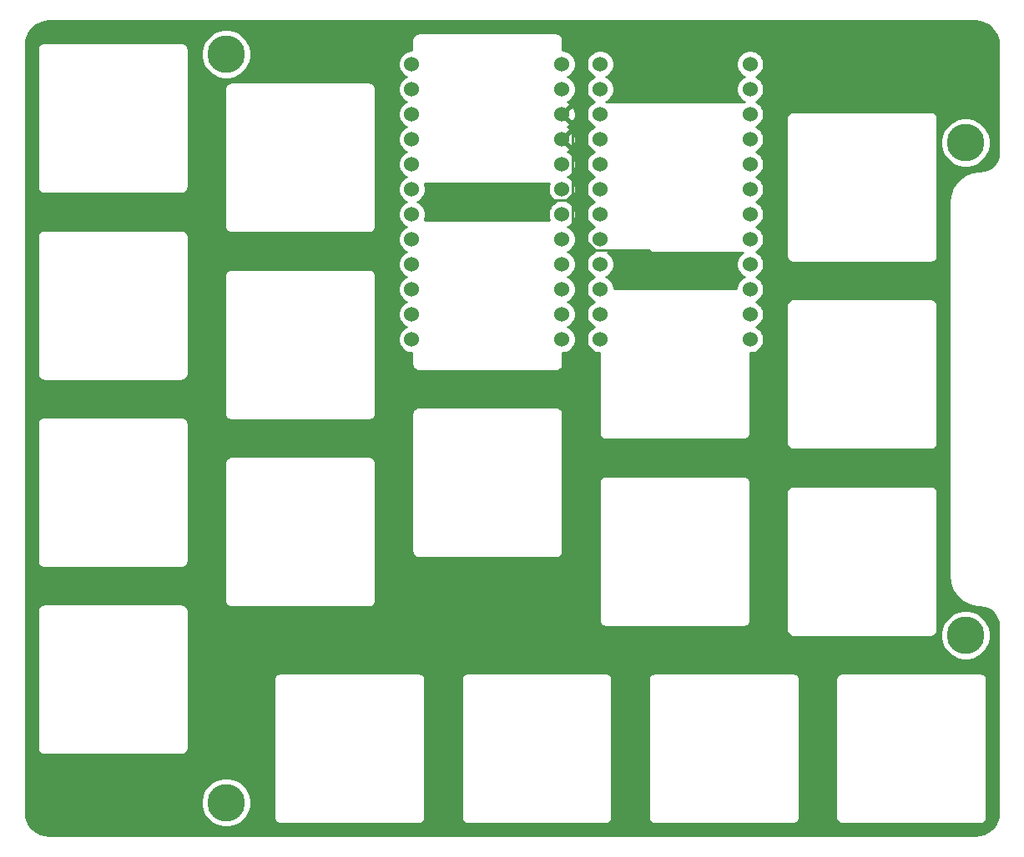
<source format=gbr>
G04 #@! TF.GenerationSoftware,KiCad,Pcbnew,(5.1.0)-1*
G04 #@! TF.CreationDate,2020-01-03T18:30:47+09:00*
G04 #@! TF.ProjectId,100cm^3,31303063-6d5e-4332-9e6b-696361645f70,rev?*
G04 #@! TF.SameCoordinates,Original*
G04 #@! TF.FileFunction,Copper,L1,Top*
G04 #@! TF.FilePolarity,Positive*
%FSLAX46Y46*%
G04 Gerber Fmt 4.6, Leading zero omitted, Abs format (unit mm)*
G04 Created by KiCad (PCBNEW (5.1.0)-1) date 2020-01-03 18:30:47*
%MOMM*%
%LPD*%
G04 APERTURE LIST*
%ADD10C,3.800000*%
%ADD11C,1.524000*%
%ADD12C,0.250000*%
%ADD13C,0.254000*%
G04 APERTURE END LIST*
D10*
X91000000Y-74000000D03*
X91000000Y-150000000D03*
X166000000Y-133000000D03*
X166000000Y-83000000D03*
D11*
X144158600Y-75020000D03*
X144158600Y-77560000D03*
X144158600Y-80100000D03*
X144158600Y-82640000D03*
X144158600Y-85180000D03*
X144158600Y-87720000D03*
X144158600Y-90260000D03*
X144158600Y-92800000D03*
X144158600Y-95340000D03*
X144158600Y-97880000D03*
X144158600Y-100420000D03*
X144158600Y-102960000D03*
X128938600Y-102960000D03*
X128938600Y-100420000D03*
X128938600Y-97880000D03*
X128938600Y-95340000D03*
X128938600Y-92800000D03*
X128938600Y-90260000D03*
X128938600Y-87720000D03*
X128938600Y-85180000D03*
X128938600Y-82640000D03*
X128938600Y-80100000D03*
X128938600Y-77560000D03*
X128938600Y-75020000D03*
X109841400Y-75020000D03*
X109841400Y-77560000D03*
X109841400Y-80100000D03*
X109841400Y-82640000D03*
X109841400Y-85180000D03*
X109841400Y-87720000D03*
X109841400Y-90260000D03*
X109841400Y-92800000D03*
X109841400Y-95340000D03*
X109841400Y-97880000D03*
X109841400Y-100420000D03*
X109841400Y-102960000D03*
X125061400Y-102960000D03*
X125061400Y-100420000D03*
X125061400Y-97880000D03*
X125061400Y-95340000D03*
X125061400Y-92800000D03*
X125061400Y-90260000D03*
X125061400Y-87720000D03*
X125061400Y-85180000D03*
X125061400Y-82640000D03*
X125061400Y-80100000D03*
X125061400Y-77560000D03*
X125061400Y-75020000D03*
D12*
X126148401Y-83727001D02*
X126148401Y-91618563D01*
X125823399Y-80861999D02*
X125061400Y-80100000D01*
X126148401Y-81187001D02*
X125823399Y-80861999D01*
X126148401Y-91618563D02*
X126148401Y-81187001D01*
X128416839Y-93887001D02*
X126148401Y-91618563D01*
X129460361Y-93887001D02*
X128416839Y-93887001D01*
X125823399Y-83401999D02*
X125061400Y-82640000D01*
X126148401Y-83727001D02*
X125823399Y-83401999D01*
X126148401Y-88241761D02*
X126148401Y-83727001D01*
X125583161Y-88807001D02*
X126148401Y-88241761D01*
X120192999Y-88807001D02*
X125583161Y-88807001D01*
X120000000Y-89000000D02*
X120192999Y-88807001D01*
X130112999Y-93887001D02*
X133887001Y-93887001D01*
X130112999Y-93887001D02*
X130887001Y-93887001D01*
X129460361Y-93887001D02*
X130112999Y-93887001D01*
X133887001Y-93887001D02*
X135000000Y-95000000D01*
X135000000Y-95000000D02*
X135000000Y-96000000D01*
X135000000Y-96000000D02*
X134000000Y-96000000D01*
D13*
G36*
X167453893Y-70707670D02*
G01*
X167890498Y-70839489D01*
X168293185Y-71053600D01*
X168646612Y-71341848D01*
X168937327Y-71693261D01*
X169154242Y-72094439D01*
X169289106Y-72530113D01*
X169340001Y-73014353D01*
X169340000Y-83967721D01*
X169301853Y-84356776D01*
X169198238Y-84699964D01*
X169029939Y-85016489D01*
X168803365Y-85294296D01*
X168527146Y-85522805D01*
X168211803Y-85693310D01*
X167869344Y-85799319D01*
X167481718Y-85840060D01*
X167480240Y-85840065D01*
X167451560Y-85842978D01*
X167422730Y-85842777D01*
X167413558Y-85843677D01*
X166928316Y-85894678D01*
X166869760Y-85906698D01*
X166810959Y-85917914D01*
X166802138Y-85920578D01*
X166336044Y-86064858D01*
X166280881Y-86088046D01*
X166225435Y-86110448D01*
X166217299Y-86114774D01*
X165788106Y-86346838D01*
X165738539Y-86380271D01*
X165688460Y-86413042D01*
X165681319Y-86418866D01*
X165305374Y-86729875D01*
X165263252Y-86772292D01*
X165220483Y-86814174D01*
X165214610Y-86821275D01*
X164906233Y-87199382D01*
X164873141Y-87249191D01*
X164839334Y-87298563D01*
X164834952Y-87306669D01*
X164605890Y-87737473D01*
X164583099Y-87792767D01*
X164559529Y-87847760D01*
X164556804Y-87856563D01*
X164415781Y-88323653D01*
X164404159Y-88382347D01*
X164391725Y-88440844D01*
X164390762Y-88450009D01*
X164343150Y-88935595D01*
X164340000Y-88967582D01*
X164340001Y-127032419D01*
X164342886Y-127061709D01*
X164342777Y-127077271D01*
X164343677Y-127086442D01*
X164394678Y-127571684D01*
X164406699Y-127630247D01*
X164417914Y-127689040D01*
X164420578Y-127697862D01*
X164564858Y-128163956D01*
X164588033Y-128219086D01*
X164610447Y-128274565D01*
X164614774Y-128282701D01*
X164846838Y-128711894D01*
X164880271Y-128761461D01*
X164913042Y-128811540D01*
X164918867Y-128818681D01*
X165229875Y-129194627D01*
X165272311Y-129236767D01*
X165314174Y-129279517D01*
X165321275Y-129285391D01*
X165699382Y-129593767D01*
X165749191Y-129626859D01*
X165798563Y-129660666D01*
X165806667Y-129665047D01*
X165806675Y-129665051D01*
X166237473Y-129894111D01*
X166292788Y-129916910D01*
X166347760Y-129940471D01*
X166356563Y-129943196D01*
X166823652Y-130084219D01*
X166882369Y-130095845D01*
X166940845Y-130108275D01*
X166950009Y-130109238D01*
X167435581Y-130156849D01*
X167435595Y-130156850D01*
X167856775Y-130198147D01*
X168199967Y-130301763D01*
X168516489Y-130470062D01*
X168794299Y-130696637D01*
X169022806Y-130972856D01*
X169193310Y-131288197D01*
X169299319Y-131630656D01*
X169340001Y-132017722D01*
X169340000Y-150967721D01*
X169292330Y-151453894D01*
X169160512Y-151890497D01*
X168946399Y-152293186D01*
X168658150Y-152646613D01*
X168306739Y-152937327D01*
X167905564Y-153154240D01*
X167469886Y-153289106D01*
X166985664Y-153340000D01*
X73032279Y-153340000D01*
X72546106Y-153292330D01*
X72109503Y-153160512D01*
X71706814Y-152946399D01*
X71353387Y-152658150D01*
X71062673Y-152306739D01*
X70845760Y-151905564D01*
X70710894Y-151469886D01*
X70660000Y-150985664D01*
X70660000Y-149750324D01*
X88465000Y-149750324D01*
X88465000Y-150249676D01*
X88562418Y-150739432D01*
X88753512Y-151200773D01*
X89030937Y-151615968D01*
X89384032Y-151969063D01*
X89799227Y-152246488D01*
X90260568Y-152437582D01*
X90750324Y-152535000D01*
X91249676Y-152535000D01*
X91739432Y-152437582D01*
X92200773Y-152246488D01*
X92615968Y-151969063D01*
X92969063Y-151615968D01*
X93246488Y-151200773D01*
X93437582Y-150739432D01*
X93535000Y-150249676D01*
X93535000Y-149750324D01*
X93437582Y-149260568D01*
X93246488Y-148799227D01*
X92969063Y-148384032D01*
X92615968Y-148030937D01*
X92200773Y-147753512D01*
X91739432Y-147562418D01*
X91249676Y-147465000D01*
X90750324Y-147465000D01*
X90260568Y-147562418D01*
X89799227Y-147753512D01*
X89384032Y-148030937D01*
X89030937Y-148384032D01*
X88753512Y-148799227D01*
X88562418Y-149260568D01*
X88465000Y-149750324D01*
X70660000Y-149750324D01*
X70660000Y-130500000D01*
X71836807Y-130500000D01*
X71840001Y-130532429D01*
X71840000Y-144467581D01*
X71836807Y-144500000D01*
X71849550Y-144629383D01*
X71887290Y-144753793D01*
X71948575Y-144868450D01*
X72031052Y-144968948D01*
X72131550Y-145051425D01*
X72246207Y-145112710D01*
X72370617Y-145150450D01*
X72500000Y-145163193D01*
X72532419Y-145160000D01*
X86467581Y-145160000D01*
X86500000Y-145163193D01*
X86532419Y-145160000D01*
X86629383Y-145150450D01*
X86753793Y-145112710D01*
X86868450Y-145051425D01*
X86968948Y-144968948D01*
X87051425Y-144868450D01*
X87112710Y-144753793D01*
X87150450Y-144629383D01*
X87163193Y-144500000D01*
X87160000Y-144467581D01*
X87160000Y-137500000D01*
X95836807Y-137500000D01*
X95840001Y-137532429D01*
X95840000Y-151467581D01*
X95836807Y-151500000D01*
X95849550Y-151629383D01*
X95887290Y-151753793D01*
X95948575Y-151868450D01*
X96029764Y-151967379D01*
X96031052Y-151968948D01*
X96131550Y-152051425D01*
X96246207Y-152112710D01*
X96370617Y-152150450D01*
X96500000Y-152163193D01*
X96532419Y-152160000D01*
X110467581Y-152160000D01*
X110500000Y-152163193D01*
X110532419Y-152160000D01*
X110629383Y-152150450D01*
X110753793Y-152112710D01*
X110868450Y-152051425D01*
X110968948Y-151968948D01*
X111051425Y-151868450D01*
X111112710Y-151753793D01*
X111150450Y-151629383D01*
X111163193Y-151500000D01*
X111160000Y-151467581D01*
X111160000Y-137532419D01*
X111163193Y-137500000D01*
X114836807Y-137500000D01*
X114840001Y-137532429D01*
X114840000Y-151467581D01*
X114836807Y-151500000D01*
X114849550Y-151629383D01*
X114887290Y-151753793D01*
X114948575Y-151868450D01*
X115029764Y-151967379D01*
X115031052Y-151968948D01*
X115131550Y-152051425D01*
X115246207Y-152112710D01*
X115370617Y-152150450D01*
X115500000Y-152163193D01*
X115532419Y-152160000D01*
X129467581Y-152160000D01*
X129500000Y-152163193D01*
X129532419Y-152160000D01*
X129629383Y-152150450D01*
X129753793Y-152112710D01*
X129868450Y-152051425D01*
X129968948Y-151968948D01*
X130051425Y-151868450D01*
X130112710Y-151753793D01*
X130150450Y-151629383D01*
X130163193Y-151500000D01*
X130160000Y-151467581D01*
X130160000Y-137532419D01*
X130163193Y-137500000D01*
X133836807Y-137500000D01*
X133840001Y-137532429D01*
X133840000Y-151467581D01*
X133836807Y-151500000D01*
X133849550Y-151629383D01*
X133887290Y-151753793D01*
X133948575Y-151868450D01*
X134029764Y-151967379D01*
X134031052Y-151968948D01*
X134131550Y-152051425D01*
X134246207Y-152112710D01*
X134370617Y-152150450D01*
X134500000Y-152163193D01*
X134532419Y-152160000D01*
X148467581Y-152160000D01*
X148500000Y-152163193D01*
X148532419Y-152160000D01*
X148629383Y-152150450D01*
X148753793Y-152112710D01*
X148868450Y-152051425D01*
X148968948Y-151968948D01*
X149051425Y-151868450D01*
X149112710Y-151753793D01*
X149150450Y-151629383D01*
X149163193Y-151500000D01*
X149160000Y-151467581D01*
X149160000Y-137532419D01*
X149163193Y-137500000D01*
X152836807Y-137500000D01*
X152840001Y-137532429D01*
X152840000Y-151467581D01*
X152836807Y-151500000D01*
X152849550Y-151629383D01*
X152887290Y-151753793D01*
X152948575Y-151868450D01*
X153029764Y-151967379D01*
X153031052Y-151968948D01*
X153131550Y-152051425D01*
X153246207Y-152112710D01*
X153370617Y-152150450D01*
X153500000Y-152163193D01*
X153532419Y-152160000D01*
X167467581Y-152160000D01*
X167500000Y-152163193D01*
X167532419Y-152160000D01*
X167629383Y-152150450D01*
X167753793Y-152112710D01*
X167868450Y-152051425D01*
X167968948Y-151968948D01*
X168051425Y-151868450D01*
X168112710Y-151753793D01*
X168150450Y-151629383D01*
X168163193Y-151500000D01*
X168160000Y-151467581D01*
X168160000Y-137532419D01*
X168163193Y-137500000D01*
X168150450Y-137370617D01*
X168112710Y-137246207D01*
X168051425Y-137131550D01*
X167968948Y-137031052D01*
X167868450Y-136948575D01*
X167753793Y-136887290D01*
X167629383Y-136849550D01*
X167532419Y-136840000D01*
X167500000Y-136836807D01*
X167467581Y-136840000D01*
X153532419Y-136840000D01*
X153500000Y-136836807D01*
X153467581Y-136840000D01*
X153370617Y-136849550D01*
X153246207Y-136887290D01*
X153131550Y-136948575D01*
X153031052Y-137031052D01*
X152948575Y-137131550D01*
X152887290Y-137246207D01*
X152849550Y-137370617D01*
X152836807Y-137500000D01*
X149163193Y-137500000D01*
X149150450Y-137370617D01*
X149112710Y-137246207D01*
X149051425Y-137131550D01*
X148968948Y-137031052D01*
X148868450Y-136948575D01*
X148753793Y-136887290D01*
X148629383Y-136849550D01*
X148532419Y-136840000D01*
X148500000Y-136836807D01*
X148467581Y-136840000D01*
X134532419Y-136840000D01*
X134500000Y-136836807D01*
X134467581Y-136840000D01*
X134370617Y-136849550D01*
X134246207Y-136887290D01*
X134131550Y-136948575D01*
X134031052Y-137031052D01*
X133948575Y-137131550D01*
X133887290Y-137246207D01*
X133849550Y-137370617D01*
X133836807Y-137500000D01*
X130163193Y-137500000D01*
X130150450Y-137370617D01*
X130112710Y-137246207D01*
X130051425Y-137131550D01*
X129968948Y-137031052D01*
X129868450Y-136948575D01*
X129753793Y-136887290D01*
X129629383Y-136849550D01*
X129532419Y-136840000D01*
X129500000Y-136836807D01*
X129467581Y-136840000D01*
X115532419Y-136840000D01*
X115500000Y-136836807D01*
X115467581Y-136840000D01*
X115370617Y-136849550D01*
X115246207Y-136887290D01*
X115131550Y-136948575D01*
X115031052Y-137031052D01*
X114948575Y-137131550D01*
X114887290Y-137246207D01*
X114849550Y-137370617D01*
X114836807Y-137500000D01*
X111163193Y-137500000D01*
X111150450Y-137370617D01*
X111112710Y-137246207D01*
X111051425Y-137131550D01*
X110968948Y-137031052D01*
X110868450Y-136948575D01*
X110753793Y-136887290D01*
X110629383Y-136849550D01*
X110532419Y-136840000D01*
X110500000Y-136836807D01*
X110467581Y-136840000D01*
X96532419Y-136840000D01*
X96500000Y-136836807D01*
X96467581Y-136840000D01*
X96370617Y-136849550D01*
X96246207Y-136887290D01*
X96131550Y-136948575D01*
X96031052Y-137031052D01*
X95948575Y-137131550D01*
X95887290Y-137246207D01*
X95849550Y-137370617D01*
X95836807Y-137500000D01*
X87160000Y-137500000D01*
X87160000Y-130532419D01*
X87163193Y-130500000D01*
X87150450Y-130370617D01*
X87112710Y-130246207D01*
X87051425Y-130131550D01*
X86968948Y-130031052D01*
X86868450Y-129948575D01*
X86753793Y-129887290D01*
X86629383Y-129849550D01*
X86532419Y-129840000D01*
X86500000Y-129836807D01*
X86467581Y-129840000D01*
X72532419Y-129840000D01*
X72500000Y-129836807D01*
X72467581Y-129840000D01*
X72370617Y-129849550D01*
X72246207Y-129887290D01*
X72131550Y-129948575D01*
X72031052Y-130031052D01*
X71948575Y-130131550D01*
X71887290Y-130246207D01*
X71849550Y-130370617D01*
X71836807Y-130500000D01*
X70660000Y-130500000D01*
X70660000Y-111500000D01*
X71836807Y-111500000D01*
X71840001Y-111532429D01*
X71840000Y-125467581D01*
X71836807Y-125500000D01*
X71849550Y-125629383D01*
X71887290Y-125753793D01*
X71948575Y-125868450D01*
X72031052Y-125968948D01*
X72131550Y-126051425D01*
X72246207Y-126112710D01*
X72370617Y-126150450D01*
X72500000Y-126163193D01*
X72532419Y-126160000D01*
X86467581Y-126160000D01*
X86500000Y-126163193D01*
X86532419Y-126160000D01*
X86629383Y-126150450D01*
X86753793Y-126112710D01*
X86868450Y-126051425D01*
X86968948Y-125968948D01*
X87051425Y-125868450D01*
X87112710Y-125753793D01*
X87150450Y-125629383D01*
X87163193Y-125500000D01*
X87160000Y-125467581D01*
X87160000Y-115500000D01*
X90836807Y-115500000D01*
X90840001Y-115532429D01*
X90840000Y-129467581D01*
X90836807Y-129500000D01*
X90849550Y-129629383D01*
X90887290Y-129753793D01*
X90948575Y-129868450D01*
X91009918Y-129943196D01*
X91031052Y-129968948D01*
X91131550Y-130051425D01*
X91246207Y-130112710D01*
X91370617Y-130150450D01*
X91500000Y-130163193D01*
X91532419Y-130160000D01*
X105467581Y-130160000D01*
X105500000Y-130163193D01*
X105532419Y-130160000D01*
X105629383Y-130150450D01*
X105753793Y-130112710D01*
X105868450Y-130051425D01*
X105968948Y-129968948D01*
X106051425Y-129868450D01*
X106112710Y-129753793D01*
X106150450Y-129629383D01*
X106163193Y-129500000D01*
X106160000Y-129467581D01*
X106160000Y-115532419D01*
X106163193Y-115500000D01*
X106150450Y-115370617D01*
X106112710Y-115246207D01*
X106051425Y-115131550D01*
X105968948Y-115031052D01*
X105868450Y-114948575D01*
X105753793Y-114887290D01*
X105629383Y-114849550D01*
X105532419Y-114840000D01*
X105500000Y-114836807D01*
X105467581Y-114840000D01*
X91532419Y-114840000D01*
X91500000Y-114836807D01*
X91467581Y-114840000D01*
X91370617Y-114849550D01*
X91246207Y-114887290D01*
X91131550Y-114948575D01*
X91031052Y-115031052D01*
X90948575Y-115131550D01*
X90887290Y-115246207D01*
X90849550Y-115370617D01*
X90836807Y-115500000D01*
X87160000Y-115500000D01*
X87160000Y-111532419D01*
X87163193Y-111500000D01*
X87150450Y-111370617D01*
X87112710Y-111246207D01*
X87051425Y-111131550D01*
X86968948Y-111031052D01*
X86868450Y-110948575D01*
X86753793Y-110887290D01*
X86629383Y-110849550D01*
X86532419Y-110840000D01*
X86500000Y-110836807D01*
X86467581Y-110840000D01*
X72532419Y-110840000D01*
X72500000Y-110836807D01*
X72467581Y-110840000D01*
X72370617Y-110849550D01*
X72246207Y-110887290D01*
X72131550Y-110948575D01*
X72031052Y-111031052D01*
X71948575Y-111131550D01*
X71887290Y-111246207D01*
X71849550Y-111370617D01*
X71836807Y-111500000D01*
X70660000Y-111500000D01*
X70660000Y-92500000D01*
X71836807Y-92500000D01*
X71840001Y-92532429D01*
X71840000Y-106467581D01*
X71836807Y-106500000D01*
X71849550Y-106629383D01*
X71887290Y-106753793D01*
X71948575Y-106868450D01*
X72031052Y-106968948D01*
X72131550Y-107051425D01*
X72246207Y-107112710D01*
X72370617Y-107150450D01*
X72500000Y-107163193D01*
X72532419Y-107160000D01*
X86467581Y-107160000D01*
X86500000Y-107163193D01*
X86532419Y-107160000D01*
X86629383Y-107150450D01*
X86753793Y-107112710D01*
X86868450Y-107051425D01*
X86968948Y-106968948D01*
X87051425Y-106868450D01*
X87112710Y-106753793D01*
X87150450Y-106629383D01*
X87163193Y-106500000D01*
X87160000Y-106467581D01*
X87160000Y-96500000D01*
X90836807Y-96500000D01*
X90840001Y-96532429D01*
X90840000Y-110467581D01*
X90836807Y-110500000D01*
X90849550Y-110629383D01*
X90887290Y-110753793D01*
X90948575Y-110868450D01*
X90964037Y-110887290D01*
X91031052Y-110968948D01*
X91131550Y-111051425D01*
X91246207Y-111112710D01*
X91370617Y-111150450D01*
X91500000Y-111163193D01*
X91532419Y-111160000D01*
X105467581Y-111160000D01*
X105500000Y-111163193D01*
X105532419Y-111160000D01*
X105629383Y-111150450D01*
X105753793Y-111112710D01*
X105868450Y-111051425D01*
X105968948Y-110968948D01*
X106051425Y-110868450D01*
X106112710Y-110753793D01*
X106150450Y-110629383D01*
X106163193Y-110500000D01*
X109836807Y-110500000D01*
X109840001Y-110532429D01*
X109840000Y-124467581D01*
X109836807Y-124500000D01*
X109849550Y-124629383D01*
X109887290Y-124753793D01*
X109948575Y-124868450D01*
X109964037Y-124887290D01*
X110031052Y-124968948D01*
X110131550Y-125051425D01*
X110246207Y-125112710D01*
X110370617Y-125150450D01*
X110500000Y-125163193D01*
X110532419Y-125160000D01*
X124467581Y-125160000D01*
X124500000Y-125163193D01*
X124532419Y-125160000D01*
X124629383Y-125150450D01*
X124753793Y-125112710D01*
X124868450Y-125051425D01*
X124968948Y-124968948D01*
X125051425Y-124868450D01*
X125112710Y-124753793D01*
X125150450Y-124629383D01*
X125163193Y-124500000D01*
X125160000Y-124467581D01*
X125160000Y-117500000D01*
X128836807Y-117500000D01*
X128840001Y-117532429D01*
X128840000Y-131467581D01*
X128836807Y-131500000D01*
X128849550Y-131629383D01*
X128887290Y-131753793D01*
X128948575Y-131868450D01*
X128993122Y-131922730D01*
X129031052Y-131968948D01*
X129131550Y-132051425D01*
X129246207Y-132112710D01*
X129370617Y-132150450D01*
X129500000Y-132163193D01*
X129532419Y-132160000D01*
X143467581Y-132160000D01*
X143500000Y-132163193D01*
X143532419Y-132160000D01*
X143629383Y-132150450D01*
X143753793Y-132112710D01*
X143868450Y-132051425D01*
X143968948Y-131968948D01*
X144051425Y-131868450D01*
X144112710Y-131753793D01*
X144150450Y-131629383D01*
X144163193Y-131500000D01*
X144160000Y-131467581D01*
X144160000Y-118500000D01*
X147836807Y-118500000D01*
X147840001Y-118532429D01*
X147840000Y-132467581D01*
X147836807Y-132500000D01*
X147849550Y-132629383D01*
X147887290Y-132753793D01*
X147948575Y-132868450D01*
X148031052Y-132968948D01*
X148131550Y-133051425D01*
X148246207Y-133112710D01*
X148370617Y-133150450D01*
X148500000Y-133163193D01*
X148532419Y-133160000D01*
X162467581Y-133160000D01*
X162500000Y-133163193D01*
X162532419Y-133160000D01*
X162629383Y-133150450D01*
X162753793Y-133112710D01*
X162868450Y-133051425D01*
X162968948Y-132968948D01*
X163051425Y-132868450D01*
X163112710Y-132753793D01*
X163113762Y-132750324D01*
X163465000Y-132750324D01*
X163465000Y-133249676D01*
X163562418Y-133739432D01*
X163753512Y-134200773D01*
X164030937Y-134615968D01*
X164384032Y-134969063D01*
X164799227Y-135246488D01*
X165260568Y-135437582D01*
X165750324Y-135535000D01*
X166249676Y-135535000D01*
X166739432Y-135437582D01*
X167200773Y-135246488D01*
X167615968Y-134969063D01*
X167969063Y-134615968D01*
X168246488Y-134200773D01*
X168437582Y-133739432D01*
X168535000Y-133249676D01*
X168535000Y-132750324D01*
X168437582Y-132260568D01*
X168246488Y-131799227D01*
X167969063Y-131384032D01*
X167615968Y-131030937D01*
X167200773Y-130753512D01*
X166739432Y-130562418D01*
X166249676Y-130465000D01*
X165750324Y-130465000D01*
X165260568Y-130562418D01*
X164799227Y-130753512D01*
X164384032Y-131030937D01*
X164030937Y-131384032D01*
X163753512Y-131799227D01*
X163562418Y-132260568D01*
X163465000Y-132750324D01*
X163113762Y-132750324D01*
X163150450Y-132629383D01*
X163163193Y-132500000D01*
X163160000Y-132467581D01*
X163160000Y-118532419D01*
X163163193Y-118500000D01*
X163150450Y-118370617D01*
X163112710Y-118246207D01*
X163051425Y-118131550D01*
X162968948Y-118031052D01*
X162868450Y-117948575D01*
X162753793Y-117887290D01*
X162629383Y-117849550D01*
X162532419Y-117840000D01*
X162500000Y-117836807D01*
X162467581Y-117840000D01*
X148532419Y-117840000D01*
X148500000Y-117836807D01*
X148467581Y-117840000D01*
X148370617Y-117849550D01*
X148246207Y-117887290D01*
X148131550Y-117948575D01*
X148031052Y-118031052D01*
X147948575Y-118131550D01*
X147887290Y-118246207D01*
X147849550Y-118370617D01*
X147836807Y-118500000D01*
X144160000Y-118500000D01*
X144160000Y-117532419D01*
X144163193Y-117500000D01*
X144150450Y-117370617D01*
X144112710Y-117246207D01*
X144051425Y-117131550D01*
X143968948Y-117031052D01*
X143868450Y-116948575D01*
X143753793Y-116887290D01*
X143629383Y-116849550D01*
X143532419Y-116840000D01*
X143500000Y-116836807D01*
X143467581Y-116840000D01*
X129532419Y-116840000D01*
X129500000Y-116836807D01*
X129467581Y-116840000D01*
X129370617Y-116849550D01*
X129246207Y-116887290D01*
X129131550Y-116948575D01*
X129031052Y-117031052D01*
X128948575Y-117131550D01*
X128887290Y-117246207D01*
X128849550Y-117370617D01*
X128836807Y-117500000D01*
X125160000Y-117500000D01*
X125160000Y-110532418D01*
X125163193Y-110500000D01*
X125150450Y-110370617D01*
X125112710Y-110246207D01*
X125051425Y-110131550D01*
X124968948Y-110031052D01*
X124868450Y-109948575D01*
X124753793Y-109887290D01*
X124629383Y-109849550D01*
X124532419Y-109840000D01*
X124500000Y-109836807D01*
X124467581Y-109840000D01*
X110532419Y-109840000D01*
X110500000Y-109836807D01*
X110467581Y-109840000D01*
X110370617Y-109849550D01*
X110246207Y-109887290D01*
X110131550Y-109948575D01*
X110031052Y-110031052D01*
X109948575Y-110131550D01*
X109887290Y-110246207D01*
X109849550Y-110370617D01*
X109836807Y-110500000D01*
X106163193Y-110500000D01*
X106160000Y-110467581D01*
X106160000Y-96532419D01*
X106163193Y-96500000D01*
X106150450Y-96370617D01*
X106112710Y-96246207D01*
X106051425Y-96131550D01*
X105968948Y-96031052D01*
X105868450Y-95948575D01*
X105753793Y-95887290D01*
X105629383Y-95849550D01*
X105532419Y-95840000D01*
X105500000Y-95836807D01*
X105467581Y-95840000D01*
X91532419Y-95840000D01*
X91500000Y-95836807D01*
X91467581Y-95840000D01*
X91370617Y-95849550D01*
X91246207Y-95887290D01*
X91131550Y-95948575D01*
X91031052Y-96031052D01*
X90948575Y-96131550D01*
X90887290Y-96246207D01*
X90849550Y-96370617D01*
X90836807Y-96500000D01*
X87160000Y-96500000D01*
X87160000Y-92532419D01*
X87163193Y-92500000D01*
X87150450Y-92370617D01*
X87112710Y-92246207D01*
X87051425Y-92131550D01*
X86968948Y-92031052D01*
X86868450Y-91948575D01*
X86753793Y-91887290D01*
X86629383Y-91849550D01*
X86532419Y-91840000D01*
X86500000Y-91836807D01*
X86467581Y-91840000D01*
X72532419Y-91840000D01*
X72500000Y-91836807D01*
X72467581Y-91840000D01*
X72370617Y-91849550D01*
X72246207Y-91887290D01*
X72131550Y-91948575D01*
X72031052Y-92031052D01*
X71948575Y-92131550D01*
X71887290Y-92246207D01*
X71849550Y-92370617D01*
X71836807Y-92500000D01*
X70660000Y-92500000D01*
X70660000Y-73500000D01*
X71836807Y-73500000D01*
X71840001Y-73532429D01*
X71840000Y-87467581D01*
X71836807Y-87500000D01*
X71849550Y-87629383D01*
X71887290Y-87753793D01*
X71948575Y-87868450D01*
X71998694Y-87929520D01*
X72031052Y-87968948D01*
X72131550Y-88051425D01*
X72246207Y-88112710D01*
X72370617Y-88150450D01*
X72500000Y-88163193D01*
X72532419Y-88160000D01*
X86467581Y-88160000D01*
X86500000Y-88163193D01*
X86532419Y-88160000D01*
X86629383Y-88150450D01*
X86753793Y-88112710D01*
X86868450Y-88051425D01*
X86968948Y-87968948D01*
X87051425Y-87868450D01*
X87112710Y-87753793D01*
X87150450Y-87629383D01*
X87163193Y-87500000D01*
X87160000Y-87467581D01*
X87160000Y-77500000D01*
X90836807Y-77500000D01*
X90840001Y-77532429D01*
X90840000Y-91467581D01*
X90836807Y-91500000D01*
X90849550Y-91629383D01*
X90887290Y-91753793D01*
X90948575Y-91868450D01*
X91014332Y-91948575D01*
X91031052Y-91968948D01*
X91131550Y-92051425D01*
X91246207Y-92112710D01*
X91370617Y-92150450D01*
X91500000Y-92163193D01*
X91532419Y-92160000D01*
X105467581Y-92160000D01*
X105500000Y-92163193D01*
X105532419Y-92160000D01*
X105629383Y-92150450D01*
X105753793Y-92112710D01*
X105868450Y-92051425D01*
X105968948Y-91968948D01*
X106051425Y-91868450D01*
X106112710Y-91753793D01*
X106150450Y-91629383D01*
X106163193Y-91500000D01*
X106160000Y-91467581D01*
X106160000Y-77532419D01*
X106163193Y-77500000D01*
X106150450Y-77370617D01*
X106112710Y-77246207D01*
X106051425Y-77131550D01*
X105968948Y-77031052D01*
X105868450Y-76948575D01*
X105753793Y-76887290D01*
X105629383Y-76849550D01*
X105532419Y-76840000D01*
X105500000Y-76836807D01*
X105467581Y-76840000D01*
X91532419Y-76840000D01*
X91500000Y-76836807D01*
X91467581Y-76840000D01*
X91370617Y-76849550D01*
X91246207Y-76887290D01*
X91131550Y-76948575D01*
X91031052Y-77031052D01*
X90948575Y-77131550D01*
X90887290Y-77246207D01*
X90849550Y-77370617D01*
X90836807Y-77500000D01*
X87160000Y-77500000D01*
X87160000Y-73750324D01*
X88465000Y-73750324D01*
X88465000Y-74249676D01*
X88562418Y-74739432D01*
X88753512Y-75200773D01*
X89030937Y-75615968D01*
X89384032Y-75969063D01*
X89799227Y-76246488D01*
X90260568Y-76437582D01*
X90750324Y-76535000D01*
X91249676Y-76535000D01*
X91739432Y-76437582D01*
X92200773Y-76246488D01*
X92615968Y-75969063D01*
X92969063Y-75615968D01*
X93246488Y-75200773D01*
X93378359Y-74882408D01*
X108444400Y-74882408D01*
X108444400Y-75157592D01*
X108498086Y-75427490D01*
X108603395Y-75681727D01*
X108756280Y-75910535D01*
X108950865Y-76105120D01*
X109179673Y-76258005D01*
X109256915Y-76290000D01*
X109179673Y-76321995D01*
X108950865Y-76474880D01*
X108756280Y-76669465D01*
X108603395Y-76898273D01*
X108498086Y-77152510D01*
X108444400Y-77422408D01*
X108444400Y-77697592D01*
X108498086Y-77967490D01*
X108603395Y-78221727D01*
X108756280Y-78450535D01*
X108950865Y-78645120D01*
X109179673Y-78798005D01*
X109256915Y-78830000D01*
X109179673Y-78861995D01*
X108950865Y-79014880D01*
X108756280Y-79209465D01*
X108603395Y-79438273D01*
X108498086Y-79692510D01*
X108444400Y-79962408D01*
X108444400Y-80237592D01*
X108498086Y-80507490D01*
X108603395Y-80761727D01*
X108756280Y-80990535D01*
X108950865Y-81185120D01*
X109179673Y-81338005D01*
X109256915Y-81370000D01*
X109179673Y-81401995D01*
X108950865Y-81554880D01*
X108756280Y-81749465D01*
X108603395Y-81978273D01*
X108498086Y-82232510D01*
X108444400Y-82502408D01*
X108444400Y-82777592D01*
X108498086Y-83047490D01*
X108603395Y-83301727D01*
X108756280Y-83530535D01*
X108950865Y-83725120D01*
X109179673Y-83878005D01*
X109256915Y-83910000D01*
X109179673Y-83941995D01*
X108950865Y-84094880D01*
X108756280Y-84289465D01*
X108603395Y-84518273D01*
X108498086Y-84772510D01*
X108444400Y-85042408D01*
X108444400Y-85317592D01*
X108498086Y-85587490D01*
X108603395Y-85841727D01*
X108756280Y-86070535D01*
X108950865Y-86265120D01*
X109179673Y-86418005D01*
X109256915Y-86450000D01*
X109179673Y-86481995D01*
X108950865Y-86634880D01*
X108756280Y-86829465D01*
X108603395Y-87058273D01*
X108498086Y-87312510D01*
X108444400Y-87582408D01*
X108444400Y-87857592D01*
X108498086Y-88127490D01*
X108603395Y-88381727D01*
X108756280Y-88610535D01*
X108950865Y-88805120D01*
X109179673Y-88958005D01*
X109256915Y-88990000D01*
X109179673Y-89021995D01*
X108950865Y-89174880D01*
X108756280Y-89369465D01*
X108603395Y-89598273D01*
X108498086Y-89852510D01*
X108444400Y-90122408D01*
X108444400Y-90397592D01*
X108498086Y-90667490D01*
X108603395Y-90921727D01*
X108756280Y-91150535D01*
X108950865Y-91345120D01*
X109179673Y-91498005D01*
X109256915Y-91530000D01*
X109179673Y-91561995D01*
X108950865Y-91714880D01*
X108756280Y-91909465D01*
X108603395Y-92138273D01*
X108498086Y-92392510D01*
X108444400Y-92662408D01*
X108444400Y-92937592D01*
X108498086Y-93207490D01*
X108603395Y-93461727D01*
X108756280Y-93690535D01*
X108950865Y-93885120D01*
X109179673Y-94038005D01*
X109256915Y-94070000D01*
X109179673Y-94101995D01*
X108950865Y-94254880D01*
X108756280Y-94449465D01*
X108603395Y-94678273D01*
X108498086Y-94932510D01*
X108444400Y-95202408D01*
X108444400Y-95477592D01*
X108498086Y-95747490D01*
X108603395Y-96001727D01*
X108756280Y-96230535D01*
X108950865Y-96425120D01*
X109179673Y-96578005D01*
X109256915Y-96610000D01*
X109179673Y-96641995D01*
X108950865Y-96794880D01*
X108756280Y-96989465D01*
X108603395Y-97218273D01*
X108498086Y-97472510D01*
X108444400Y-97742408D01*
X108444400Y-98017592D01*
X108498086Y-98287490D01*
X108603395Y-98541727D01*
X108756280Y-98770535D01*
X108950865Y-98965120D01*
X109179673Y-99118005D01*
X109256915Y-99150000D01*
X109179673Y-99181995D01*
X108950865Y-99334880D01*
X108756280Y-99529465D01*
X108603395Y-99758273D01*
X108498086Y-100012510D01*
X108444400Y-100282408D01*
X108444400Y-100557592D01*
X108498086Y-100827490D01*
X108603395Y-101081727D01*
X108756280Y-101310535D01*
X108950865Y-101505120D01*
X109179673Y-101658005D01*
X109256915Y-101690000D01*
X109179673Y-101721995D01*
X108950865Y-101874880D01*
X108756280Y-102069465D01*
X108603395Y-102298273D01*
X108498086Y-102552510D01*
X108444400Y-102822408D01*
X108444400Y-103097592D01*
X108498086Y-103367490D01*
X108603395Y-103621727D01*
X108756280Y-103850535D01*
X108950865Y-104045120D01*
X109179673Y-104198005D01*
X109433910Y-104303314D01*
X109703808Y-104357000D01*
X109840000Y-104357000D01*
X109840000Y-105467581D01*
X109836807Y-105500000D01*
X109849550Y-105629383D01*
X109887290Y-105753793D01*
X109948575Y-105868450D01*
X109964037Y-105887290D01*
X110031052Y-105968948D01*
X110131550Y-106051425D01*
X110246207Y-106112710D01*
X110370617Y-106150450D01*
X110500000Y-106163193D01*
X110532419Y-106160000D01*
X124467581Y-106160000D01*
X124500000Y-106163193D01*
X124532419Y-106160000D01*
X124629383Y-106150450D01*
X124753793Y-106112710D01*
X124868450Y-106051425D01*
X124968948Y-105968948D01*
X125051425Y-105868450D01*
X125112710Y-105753793D01*
X125150450Y-105629383D01*
X125163193Y-105500000D01*
X125160000Y-105467581D01*
X125160000Y-104357000D01*
X125198992Y-104357000D01*
X125468890Y-104303314D01*
X125723127Y-104198005D01*
X125951935Y-104045120D01*
X126146520Y-103850535D01*
X126299405Y-103621727D01*
X126404714Y-103367490D01*
X126458400Y-103097592D01*
X126458400Y-102822408D01*
X126404714Y-102552510D01*
X126299405Y-102298273D01*
X126146520Y-102069465D01*
X125951935Y-101874880D01*
X125723127Y-101721995D01*
X125645885Y-101690000D01*
X125723127Y-101658005D01*
X125951935Y-101505120D01*
X126146520Y-101310535D01*
X126299405Y-101081727D01*
X126404714Y-100827490D01*
X126458400Y-100557592D01*
X126458400Y-100282408D01*
X126404714Y-100012510D01*
X126299405Y-99758273D01*
X126146520Y-99529465D01*
X125951935Y-99334880D01*
X125723127Y-99181995D01*
X125645885Y-99150000D01*
X125723127Y-99118005D01*
X125951935Y-98965120D01*
X126146520Y-98770535D01*
X126299405Y-98541727D01*
X126404714Y-98287490D01*
X126458400Y-98017592D01*
X126458400Y-97742408D01*
X126404714Y-97472510D01*
X126299405Y-97218273D01*
X126146520Y-96989465D01*
X125951935Y-96794880D01*
X125723127Y-96641995D01*
X125645885Y-96610000D01*
X125723127Y-96578005D01*
X125951935Y-96425120D01*
X126146520Y-96230535D01*
X126299405Y-96001727D01*
X126404714Y-95747490D01*
X126458400Y-95477592D01*
X126458400Y-95202408D01*
X126404714Y-94932510D01*
X126299405Y-94678273D01*
X126146520Y-94449465D01*
X125951935Y-94254880D01*
X125723127Y-94101995D01*
X125645885Y-94070000D01*
X125723127Y-94038005D01*
X125951935Y-93885120D01*
X126146520Y-93690535D01*
X126299405Y-93461727D01*
X126404714Y-93207490D01*
X126458400Y-92937592D01*
X126458400Y-92662408D01*
X126404714Y-92392510D01*
X126299405Y-92138273D01*
X126146520Y-91909465D01*
X125951935Y-91714880D01*
X125723127Y-91561995D01*
X125645885Y-91530000D01*
X125723127Y-91498005D01*
X125951935Y-91345120D01*
X126146520Y-91150535D01*
X126299405Y-90921727D01*
X126404714Y-90667490D01*
X126458400Y-90397592D01*
X126458400Y-90122408D01*
X126404714Y-89852510D01*
X126299405Y-89598273D01*
X126146520Y-89369465D01*
X125951935Y-89174880D01*
X125723127Y-89021995D01*
X125645885Y-88990000D01*
X125723127Y-88958005D01*
X125951935Y-88805120D01*
X126146520Y-88610535D01*
X126299405Y-88381727D01*
X126404714Y-88127490D01*
X126458400Y-87857592D01*
X126458400Y-87582408D01*
X126404714Y-87312510D01*
X126299405Y-87058273D01*
X126146520Y-86829465D01*
X125951935Y-86634880D01*
X125723127Y-86481995D01*
X125645885Y-86450000D01*
X125723127Y-86418005D01*
X125951935Y-86265120D01*
X126146520Y-86070535D01*
X126299405Y-85841727D01*
X126404714Y-85587490D01*
X126458400Y-85317592D01*
X126458400Y-85042408D01*
X126404714Y-84772510D01*
X126299405Y-84518273D01*
X126146520Y-84289465D01*
X125951935Y-84094880D01*
X125723127Y-83941995D01*
X125651457Y-83912308D01*
X125664423Y-83907636D01*
X125780380Y-83845656D01*
X125847360Y-83605565D01*
X125160000Y-82918205D01*
X125160000Y-82640000D01*
X125241005Y-82640000D01*
X126026965Y-83425960D01*
X126267056Y-83358980D01*
X126384156Y-83109952D01*
X126450423Y-82842865D01*
X126463310Y-82567983D01*
X126422322Y-82295867D01*
X126329036Y-82036977D01*
X126267056Y-81921020D01*
X126026965Y-81854040D01*
X125241005Y-82640000D01*
X125160000Y-82640000D01*
X125160000Y-82361795D01*
X125847360Y-81674435D01*
X125780380Y-81434344D01*
X125649756Y-81372921D01*
X125664423Y-81367636D01*
X125780380Y-81305656D01*
X125847360Y-81065565D01*
X125160000Y-80378205D01*
X125160000Y-80100000D01*
X125241005Y-80100000D01*
X126026965Y-80885960D01*
X126267056Y-80818980D01*
X126384156Y-80569952D01*
X126450423Y-80302865D01*
X126463310Y-80027983D01*
X126422322Y-79755867D01*
X126329036Y-79496977D01*
X126267056Y-79381020D01*
X126026965Y-79314040D01*
X125241005Y-80100000D01*
X125160000Y-80100000D01*
X125160000Y-79821795D01*
X125847360Y-79134435D01*
X125780380Y-78894344D01*
X125644640Y-78830515D01*
X125723127Y-78798005D01*
X125951935Y-78645120D01*
X126146520Y-78450535D01*
X126299405Y-78221727D01*
X126404714Y-77967490D01*
X126458400Y-77697592D01*
X126458400Y-77422408D01*
X126404714Y-77152510D01*
X126299405Y-76898273D01*
X126146520Y-76669465D01*
X125951935Y-76474880D01*
X125723127Y-76321995D01*
X125645885Y-76290000D01*
X125723127Y-76258005D01*
X125951935Y-76105120D01*
X126146520Y-75910535D01*
X126299405Y-75681727D01*
X126404714Y-75427490D01*
X126458400Y-75157592D01*
X126458400Y-74882408D01*
X127541600Y-74882408D01*
X127541600Y-75157592D01*
X127595286Y-75427490D01*
X127700595Y-75681727D01*
X127853480Y-75910535D01*
X128048065Y-76105120D01*
X128276873Y-76258005D01*
X128354115Y-76290000D01*
X128276873Y-76321995D01*
X128048065Y-76474880D01*
X127853480Y-76669465D01*
X127700595Y-76898273D01*
X127595286Y-77152510D01*
X127541600Y-77422408D01*
X127541600Y-77697592D01*
X127595286Y-77967490D01*
X127700595Y-78221727D01*
X127853480Y-78450535D01*
X128048065Y-78645120D01*
X128276873Y-78798005D01*
X128354115Y-78830000D01*
X128276873Y-78861995D01*
X128048065Y-79014880D01*
X127853480Y-79209465D01*
X127700595Y-79438273D01*
X127595286Y-79692510D01*
X127541600Y-79962408D01*
X127541600Y-80237592D01*
X127595286Y-80507490D01*
X127700595Y-80761727D01*
X127853480Y-80990535D01*
X128048065Y-81185120D01*
X128276873Y-81338005D01*
X128354115Y-81370000D01*
X128276873Y-81401995D01*
X128048065Y-81554880D01*
X127853480Y-81749465D01*
X127700595Y-81978273D01*
X127595286Y-82232510D01*
X127541600Y-82502408D01*
X127541600Y-82777592D01*
X127595286Y-83047490D01*
X127700595Y-83301727D01*
X127853480Y-83530535D01*
X128048065Y-83725120D01*
X128276873Y-83878005D01*
X128354115Y-83910000D01*
X128276873Y-83941995D01*
X128048065Y-84094880D01*
X127853480Y-84289465D01*
X127700595Y-84518273D01*
X127595286Y-84772510D01*
X127541600Y-85042408D01*
X127541600Y-85317592D01*
X127595286Y-85587490D01*
X127700595Y-85841727D01*
X127853480Y-86070535D01*
X128048065Y-86265120D01*
X128276873Y-86418005D01*
X128354115Y-86450000D01*
X128276873Y-86481995D01*
X128048065Y-86634880D01*
X127853480Y-86829465D01*
X127700595Y-87058273D01*
X127595286Y-87312510D01*
X127541600Y-87582408D01*
X127541600Y-87857592D01*
X127595286Y-88127490D01*
X127700595Y-88381727D01*
X127853480Y-88610535D01*
X128048065Y-88805120D01*
X128276873Y-88958005D01*
X128354115Y-88990000D01*
X128276873Y-89021995D01*
X128048065Y-89174880D01*
X127853480Y-89369465D01*
X127700595Y-89598273D01*
X127595286Y-89852510D01*
X127541600Y-90122408D01*
X127541600Y-90397592D01*
X127595286Y-90667490D01*
X127700595Y-90921727D01*
X127853480Y-91150535D01*
X128048065Y-91345120D01*
X128276873Y-91498005D01*
X128354115Y-91530000D01*
X128276873Y-91561995D01*
X128048065Y-91714880D01*
X127853480Y-91909465D01*
X127700595Y-92138273D01*
X127595286Y-92392510D01*
X127541600Y-92662408D01*
X127541600Y-92937592D01*
X127595286Y-93207490D01*
X127700595Y-93461727D01*
X127853480Y-93690535D01*
X128048065Y-93885120D01*
X128276873Y-94038005D01*
X128354115Y-94070000D01*
X128276873Y-94101995D01*
X128048065Y-94254880D01*
X127853480Y-94449465D01*
X127700595Y-94678273D01*
X127595286Y-94932510D01*
X127541600Y-95202408D01*
X127541600Y-95477592D01*
X127595286Y-95747490D01*
X127700595Y-96001727D01*
X127853480Y-96230535D01*
X128048065Y-96425120D01*
X128276873Y-96578005D01*
X128354115Y-96610000D01*
X128276873Y-96641995D01*
X128048065Y-96794880D01*
X127853480Y-96989465D01*
X127700595Y-97218273D01*
X127595286Y-97472510D01*
X127541600Y-97742408D01*
X127541600Y-98017592D01*
X127595286Y-98287490D01*
X127700595Y-98541727D01*
X127853480Y-98770535D01*
X128048065Y-98965120D01*
X128276873Y-99118005D01*
X128354115Y-99150000D01*
X128276873Y-99181995D01*
X128048065Y-99334880D01*
X127853480Y-99529465D01*
X127700595Y-99758273D01*
X127595286Y-100012510D01*
X127541600Y-100282408D01*
X127541600Y-100557592D01*
X127595286Y-100827490D01*
X127700595Y-101081727D01*
X127853480Y-101310535D01*
X128048065Y-101505120D01*
X128276873Y-101658005D01*
X128354115Y-101690000D01*
X128276873Y-101721995D01*
X128048065Y-101874880D01*
X127853480Y-102069465D01*
X127700595Y-102298273D01*
X127595286Y-102552510D01*
X127541600Y-102822408D01*
X127541600Y-103097592D01*
X127595286Y-103367490D01*
X127700595Y-103621727D01*
X127853480Y-103850535D01*
X128048065Y-104045120D01*
X128276873Y-104198005D01*
X128531110Y-104303314D01*
X128801008Y-104357000D01*
X128840001Y-104357000D01*
X128840000Y-112467581D01*
X128836807Y-112500000D01*
X128849550Y-112629383D01*
X128887290Y-112753793D01*
X128948575Y-112868450D01*
X128964037Y-112887290D01*
X129031052Y-112968948D01*
X129131550Y-113051425D01*
X129246207Y-113112710D01*
X129370617Y-113150450D01*
X129500000Y-113163193D01*
X129532419Y-113160000D01*
X143467581Y-113160000D01*
X143500000Y-113163193D01*
X143532419Y-113160000D01*
X143629383Y-113150450D01*
X143753793Y-113112710D01*
X143868450Y-113051425D01*
X143968948Y-112968948D01*
X144051425Y-112868450D01*
X144112710Y-112753793D01*
X144150450Y-112629383D01*
X144163193Y-112500000D01*
X144160000Y-112467581D01*
X144160000Y-104357000D01*
X144296192Y-104357000D01*
X144566090Y-104303314D01*
X144820327Y-104198005D01*
X145049135Y-104045120D01*
X145243720Y-103850535D01*
X145396605Y-103621727D01*
X145501914Y-103367490D01*
X145555600Y-103097592D01*
X145555600Y-102822408D01*
X145501914Y-102552510D01*
X145396605Y-102298273D01*
X145243720Y-102069465D01*
X145049135Y-101874880D01*
X144820327Y-101721995D01*
X144743085Y-101690000D01*
X144820327Y-101658005D01*
X145049135Y-101505120D01*
X145243720Y-101310535D01*
X145396605Y-101081727D01*
X145501914Y-100827490D01*
X145555600Y-100557592D01*
X145555600Y-100282408D01*
X145501914Y-100012510D01*
X145396605Y-99758273D01*
X145243720Y-99529465D01*
X145214255Y-99500000D01*
X147836807Y-99500000D01*
X147840001Y-99532429D01*
X147840000Y-113467581D01*
X147836807Y-113500000D01*
X147849550Y-113629383D01*
X147887290Y-113753793D01*
X147948575Y-113868450D01*
X148031052Y-113968948D01*
X148131550Y-114051425D01*
X148246207Y-114112710D01*
X148370617Y-114150450D01*
X148500000Y-114163193D01*
X148532419Y-114160000D01*
X162467581Y-114160000D01*
X162500000Y-114163193D01*
X162532419Y-114160000D01*
X162629383Y-114150450D01*
X162753793Y-114112710D01*
X162868450Y-114051425D01*
X162968948Y-113968948D01*
X163051425Y-113868450D01*
X163112710Y-113753793D01*
X163150450Y-113629383D01*
X163163193Y-113500000D01*
X163160000Y-113467581D01*
X163160000Y-99532419D01*
X163163193Y-99500000D01*
X163150450Y-99370617D01*
X163112710Y-99246207D01*
X163051425Y-99131550D01*
X162968948Y-99031052D01*
X162868450Y-98948575D01*
X162753793Y-98887290D01*
X162629383Y-98849550D01*
X162532419Y-98840000D01*
X162500000Y-98836807D01*
X162467581Y-98840000D01*
X148532419Y-98840000D01*
X148500000Y-98836807D01*
X148467581Y-98840000D01*
X148370617Y-98849550D01*
X148246207Y-98887290D01*
X148131550Y-98948575D01*
X148031052Y-99031052D01*
X147948575Y-99131550D01*
X147887290Y-99246207D01*
X147849550Y-99370617D01*
X147836807Y-99500000D01*
X145214255Y-99500000D01*
X145049135Y-99334880D01*
X144820327Y-99181995D01*
X144743085Y-99150000D01*
X144820327Y-99118005D01*
X145049135Y-98965120D01*
X145243720Y-98770535D01*
X145396605Y-98541727D01*
X145501914Y-98287490D01*
X145555600Y-98017592D01*
X145555600Y-97742408D01*
X145501914Y-97472510D01*
X145396605Y-97218273D01*
X145243720Y-96989465D01*
X145049135Y-96794880D01*
X144820327Y-96641995D01*
X144743085Y-96610000D01*
X144820327Y-96578005D01*
X145049135Y-96425120D01*
X145243720Y-96230535D01*
X145396605Y-96001727D01*
X145501914Y-95747490D01*
X145555600Y-95477592D01*
X145555600Y-95202408D01*
X145501914Y-94932510D01*
X145396605Y-94678273D01*
X145243720Y-94449465D01*
X145049135Y-94254880D01*
X144820327Y-94101995D01*
X144743085Y-94070000D01*
X144820327Y-94038005D01*
X145049135Y-93885120D01*
X145243720Y-93690535D01*
X145396605Y-93461727D01*
X145501914Y-93207490D01*
X145555600Y-92937592D01*
X145555600Y-92662408D01*
X145501914Y-92392510D01*
X145396605Y-92138273D01*
X145243720Y-91909465D01*
X145049135Y-91714880D01*
X144820327Y-91561995D01*
X144743085Y-91530000D01*
X144820327Y-91498005D01*
X145049135Y-91345120D01*
X145243720Y-91150535D01*
X145396605Y-90921727D01*
X145501914Y-90667490D01*
X145555600Y-90397592D01*
X145555600Y-90122408D01*
X145501914Y-89852510D01*
X145396605Y-89598273D01*
X145243720Y-89369465D01*
X145049135Y-89174880D01*
X144820327Y-89021995D01*
X144743085Y-88990000D01*
X144820327Y-88958005D01*
X145049135Y-88805120D01*
X145243720Y-88610535D01*
X145396605Y-88381727D01*
X145501914Y-88127490D01*
X145555600Y-87857592D01*
X145555600Y-87582408D01*
X145501914Y-87312510D01*
X145396605Y-87058273D01*
X145243720Y-86829465D01*
X145049135Y-86634880D01*
X144820327Y-86481995D01*
X144743085Y-86450000D01*
X144820327Y-86418005D01*
X145049135Y-86265120D01*
X145243720Y-86070535D01*
X145396605Y-85841727D01*
X145501914Y-85587490D01*
X145555600Y-85317592D01*
X145555600Y-85042408D01*
X145501914Y-84772510D01*
X145396605Y-84518273D01*
X145243720Y-84289465D01*
X145049135Y-84094880D01*
X144820327Y-83941995D01*
X144743085Y-83910000D01*
X144820327Y-83878005D01*
X145049135Y-83725120D01*
X145243720Y-83530535D01*
X145396605Y-83301727D01*
X145501914Y-83047490D01*
X145555600Y-82777592D01*
X145555600Y-82502408D01*
X145501914Y-82232510D01*
X145396605Y-81978273D01*
X145243720Y-81749465D01*
X145049135Y-81554880D01*
X144820327Y-81401995D01*
X144743085Y-81370000D01*
X144820327Y-81338005D01*
X145049135Y-81185120D01*
X145243720Y-80990535D01*
X145396605Y-80761727D01*
X145501914Y-80507490D01*
X145503403Y-80500000D01*
X147836807Y-80500000D01*
X147840001Y-80532429D01*
X147840000Y-94467581D01*
X147836807Y-94500000D01*
X147849550Y-94629383D01*
X147887290Y-94753793D01*
X147948575Y-94868450D01*
X148001148Y-94932510D01*
X148031052Y-94968948D01*
X148131550Y-95051425D01*
X148246207Y-95112710D01*
X148370617Y-95150450D01*
X148500000Y-95163193D01*
X148532419Y-95160000D01*
X162467581Y-95160000D01*
X162500000Y-95163193D01*
X162532419Y-95160000D01*
X162629383Y-95150450D01*
X162753793Y-95112710D01*
X162868450Y-95051425D01*
X162968948Y-94968948D01*
X163051425Y-94868450D01*
X163112710Y-94753793D01*
X163150450Y-94629383D01*
X163163193Y-94500000D01*
X163160000Y-94467581D01*
X163160000Y-82750324D01*
X163465000Y-82750324D01*
X163465000Y-83249676D01*
X163562418Y-83739432D01*
X163753512Y-84200773D01*
X164030937Y-84615968D01*
X164384032Y-84969063D01*
X164799227Y-85246488D01*
X165260568Y-85437582D01*
X165750324Y-85535000D01*
X166249676Y-85535000D01*
X166739432Y-85437582D01*
X167200773Y-85246488D01*
X167615968Y-84969063D01*
X167969063Y-84615968D01*
X168246488Y-84200773D01*
X168437582Y-83739432D01*
X168535000Y-83249676D01*
X168535000Y-82750324D01*
X168437582Y-82260568D01*
X168246488Y-81799227D01*
X167969063Y-81384032D01*
X167615968Y-81030937D01*
X167200773Y-80753512D01*
X166739432Y-80562418D01*
X166249676Y-80465000D01*
X165750324Y-80465000D01*
X165260568Y-80562418D01*
X164799227Y-80753512D01*
X164384032Y-81030937D01*
X164030937Y-81384032D01*
X163753512Y-81799227D01*
X163562418Y-82260568D01*
X163465000Y-82750324D01*
X163160000Y-82750324D01*
X163160000Y-80532419D01*
X163163193Y-80500000D01*
X163150450Y-80370617D01*
X163112710Y-80246207D01*
X163051425Y-80131550D01*
X162968948Y-80031052D01*
X162868450Y-79948575D01*
X162753793Y-79887290D01*
X162629383Y-79849550D01*
X162532419Y-79840000D01*
X162500000Y-79836807D01*
X162467581Y-79840000D01*
X148532419Y-79840000D01*
X148500000Y-79836807D01*
X148467581Y-79840000D01*
X148370617Y-79849550D01*
X148246207Y-79887290D01*
X148131550Y-79948575D01*
X148031052Y-80031052D01*
X147948575Y-80131550D01*
X147887290Y-80246207D01*
X147849550Y-80370617D01*
X147836807Y-80500000D01*
X145503403Y-80500000D01*
X145555600Y-80237592D01*
X145555600Y-79962408D01*
X145501914Y-79692510D01*
X145396605Y-79438273D01*
X145243720Y-79209465D01*
X145049135Y-79014880D01*
X144820327Y-78861995D01*
X144743085Y-78830000D01*
X144820327Y-78798005D01*
X145049135Y-78645120D01*
X145243720Y-78450535D01*
X145396605Y-78221727D01*
X145501914Y-77967490D01*
X145555600Y-77697592D01*
X145555600Y-77422408D01*
X145501914Y-77152510D01*
X145396605Y-76898273D01*
X145243720Y-76669465D01*
X145049135Y-76474880D01*
X144820327Y-76321995D01*
X144743085Y-76290000D01*
X144820327Y-76258005D01*
X145049135Y-76105120D01*
X145243720Y-75910535D01*
X145396605Y-75681727D01*
X145501914Y-75427490D01*
X145555600Y-75157592D01*
X145555600Y-74882408D01*
X145501914Y-74612510D01*
X145396605Y-74358273D01*
X145243720Y-74129465D01*
X145049135Y-73934880D01*
X144820327Y-73781995D01*
X144566090Y-73676686D01*
X144296192Y-73623000D01*
X144021008Y-73623000D01*
X143751110Y-73676686D01*
X143496873Y-73781995D01*
X143268065Y-73934880D01*
X143073480Y-74129465D01*
X142920595Y-74358273D01*
X142815286Y-74612510D01*
X142761600Y-74882408D01*
X142761600Y-75157592D01*
X142815286Y-75427490D01*
X142920595Y-75681727D01*
X143073480Y-75910535D01*
X143268065Y-76105120D01*
X143496873Y-76258005D01*
X143574115Y-76290000D01*
X143496873Y-76321995D01*
X143268065Y-76474880D01*
X143073480Y-76669465D01*
X142920595Y-76898273D01*
X142815286Y-77152510D01*
X142761600Y-77422408D01*
X142761600Y-77697592D01*
X142815286Y-77967490D01*
X142920595Y-78221727D01*
X143073480Y-78450535D01*
X143268065Y-78645120D01*
X143496873Y-78798005D01*
X143574115Y-78830000D01*
X143546601Y-78841397D01*
X143532419Y-78840000D01*
X143500000Y-78836807D01*
X143467581Y-78840000D01*
X129547227Y-78840000D01*
X129523085Y-78830000D01*
X129600327Y-78798005D01*
X129829135Y-78645120D01*
X130023720Y-78450535D01*
X130176605Y-78221727D01*
X130281914Y-77967490D01*
X130335600Y-77697592D01*
X130335600Y-77422408D01*
X130281914Y-77152510D01*
X130176605Y-76898273D01*
X130023720Y-76669465D01*
X129829135Y-76474880D01*
X129600327Y-76321995D01*
X129523085Y-76290000D01*
X129600327Y-76258005D01*
X129829135Y-76105120D01*
X130023720Y-75910535D01*
X130176605Y-75681727D01*
X130281914Y-75427490D01*
X130335600Y-75157592D01*
X130335600Y-74882408D01*
X130281914Y-74612510D01*
X130176605Y-74358273D01*
X130023720Y-74129465D01*
X129829135Y-73934880D01*
X129600327Y-73781995D01*
X129346090Y-73676686D01*
X129076192Y-73623000D01*
X128801008Y-73623000D01*
X128531110Y-73676686D01*
X128276873Y-73781995D01*
X128048065Y-73934880D01*
X127853480Y-74129465D01*
X127700595Y-74358273D01*
X127595286Y-74612510D01*
X127541600Y-74882408D01*
X126458400Y-74882408D01*
X126404714Y-74612510D01*
X126299405Y-74358273D01*
X126146520Y-74129465D01*
X125951935Y-73934880D01*
X125723127Y-73781995D01*
X125468890Y-73676686D01*
X125198992Y-73623000D01*
X125160000Y-73623000D01*
X125160000Y-72532419D01*
X125163193Y-72500000D01*
X125150450Y-72370617D01*
X125112710Y-72246207D01*
X125051425Y-72131550D01*
X124968948Y-72031052D01*
X124868450Y-71948575D01*
X124753793Y-71887290D01*
X124629383Y-71849550D01*
X124532419Y-71840000D01*
X124500000Y-71836807D01*
X124467581Y-71840000D01*
X110532419Y-71840000D01*
X110500000Y-71836807D01*
X110467581Y-71840000D01*
X110370617Y-71849550D01*
X110246207Y-71887290D01*
X110131550Y-71948575D01*
X110031052Y-72031052D01*
X109948575Y-72131550D01*
X109887290Y-72246207D01*
X109849550Y-72370617D01*
X109836807Y-72500000D01*
X109840001Y-72532429D01*
X109840001Y-73623000D01*
X109703808Y-73623000D01*
X109433910Y-73676686D01*
X109179673Y-73781995D01*
X108950865Y-73934880D01*
X108756280Y-74129465D01*
X108603395Y-74358273D01*
X108498086Y-74612510D01*
X108444400Y-74882408D01*
X93378359Y-74882408D01*
X93437582Y-74739432D01*
X93535000Y-74249676D01*
X93535000Y-73750324D01*
X93437582Y-73260568D01*
X93246488Y-72799227D01*
X92969063Y-72384032D01*
X92615968Y-72030937D01*
X92200773Y-71753512D01*
X91739432Y-71562418D01*
X91249676Y-71465000D01*
X90750324Y-71465000D01*
X90260568Y-71562418D01*
X89799227Y-71753512D01*
X89384032Y-72030937D01*
X89030937Y-72384032D01*
X88753512Y-72799227D01*
X88562418Y-73260568D01*
X88465000Y-73750324D01*
X87160000Y-73750324D01*
X87160000Y-73532419D01*
X87163193Y-73500000D01*
X87150450Y-73370617D01*
X87112710Y-73246207D01*
X87051425Y-73131550D01*
X86968948Y-73031052D01*
X86868450Y-72948575D01*
X86753793Y-72887290D01*
X86629383Y-72849550D01*
X86532419Y-72840000D01*
X86500000Y-72836807D01*
X86467581Y-72840000D01*
X72532419Y-72840000D01*
X72500000Y-72836807D01*
X72467581Y-72840000D01*
X72370617Y-72849550D01*
X72246207Y-72887290D01*
X72131550Y-72948575D01*
X72031052Y-73031052D01*
X71948575Y-73131550D01*
X71887290Y-73246207D01*
X71849550Y-73370617D01*
X71836807Y-73500000D01*
X70660000Y-73500000D01*
X70660000Y-73032279D01*
X70707670Y-72546107D01*
X70839489Y-72109502D01*
X71053600Y-71706815D01*
X71341848Y-71353388D01*
X71693261Y-71062673D01*
X72094439Y-70845758D01*
X72530113Y-70710894D01*
X73014344Y-70660000D01*
X166967721Y-70660000D01*
X167453893Y-70707670D01*
X167453893Y-70707670D01*
G37*
X167453893Y-70707670D02*
X167890498Y-70839489D01*
X168293185Y-71053600D01*
X168646612Y-71341848D01*
X168937327Y-71693261D01*
X169154242Y-72094439D01*
X169289106Y-72530113D01*
X169340001Y-73014353D01*
X169340000Y-83967721D01*
X169301853Y-84356776D01*
X169198238Y-84699964D01*
X169029939Y-85016489D01*
X168803365Y-85294296D01*
X168527146Y-85522805D01*
X168211803Y-85693310D01*
X167869344Y-85799319D01*
X167481718Y-85840060D01*
X167480240Y-85840065D01*
X167451560Y-85842978D01*
X167422730Y-85842777D01*
X167413558Y-85843677D01*
X166928316Y-85894678D01*
X166869760Y-85906698D01*
X166810959Y-85917914D01*
X166802138Y-85920578D01*
X166336044Y-86064858D01*
X166280881Y-86088046D01*
X166225435Y-86110448D01*
X166217299Y-86114774D01*
X165788106Y-86346838D01*
X165738539Y-86380271D01*
X165688460Y-86413042D01*
X165681319Y-86418866D01*
X165305374Y-86729875D01*
X165263252Y-86772292D01*
X165220483Y-86814174D01*
X165214610Y-86821275D01*
X164906233Y-87199382D01*
X164873141Y-87249191D01*
X164839334Y-87298563D01*
X164834952Y-87306669D01*
X164605890Y-87737473D01*
X164583099Y-87792767D01*
X164559529Y-87847760D01*
X164556804Y-87856563D01*
X164415781Y-88323653D01*
X164404159Y-88382347D01*
X164391725Y-88440844D01*
X164390762Y-88450009D01*
X164343150Y-88935595D01*
X164340000Y-88967582D01*
X164340001Y-127032419D01*
X164342886Y-127061709D01*
X164342777Y-127077271D01*
X164343677Y-127086442D01*
X164394678Y-127571684D01*
X164406699Y-127630247D01*
X164417914Y-127689040D01*
X164420578Y-127697862D01*
X164564858Y-128163956D01*
X164588033Y-128219086D01*
X164610447Y-128274565D01*
X164614774Y-128282701D01*
X164846838Y-128711894D01*
X164880271Y-128761461D01*
X164913042Y-128811540D01*
X164918867Y-128818681D01*
X165229875Y-129194627D01*
X165272311Y-129236767D01*
X165314174Y-129279517D01*
X165321275Y-129285391D01*
X165699382Y-129593767D01*
X165749191Y-129626859D01*
X165798563Y-129660666D01*
X165806667Y-129665047D01*
X165806675Y-129665051D01*
X166237473Y-129894111D01*
X166292788Y-129916910D01*
X166347760Y-129940471D01*
X166356563Y-129943196D01*
X166823652Y-130084219D01*
X166882369Y-130095845D01*
X166940845Y-130108275D01*
X166950009Y-130109238D01*
X167435581Y-130156849D01*
X167435595Y-130156850D01*
X167856775Y-130198147D01*
X168199967Y-130301763D01*
X168516489Y-130470062D01*
X168794299Y-130696637D01*
X169022806Y-130972856D01*
X169193310Y-131288197D01*
X169299319Y-131630656D01*
X169340001Y-132017722D01*
X169340000Y-150967721D01*
X169292330Y-151453894D01*
X169160512Y-151890497D01*
X168946399Y-152293186D01*
X168658150Y-152646613D01*
X168306739Y-152937327D01*
X167905564Y-153154240D01*
X167469886Y-153289106D01*
X166985664Y-153340000D01*
X73032279Y-153340000D01*
X72546106Y-153292330D01*
X72109503Y-153160512D01*
X71706814Y-152946399D01*
X71353387Y-152658150D01*
X71062673Y-152306739D01*
X70845760Y-151905564D01*
X70710894Y-151469886D01*
X70660000Y-150985664D01*
X70660000Y-149750324D01*
X88465000Y-149750324D01*
X88465000Y-150249676D01*
X88562418Y-150739432D01*
X88753512Y-151200773D01*
X89030937Y-151615968D01*
X89384032Y-151969063D01*
X89799227Y-152246488D01*
X90260568Y-152437582D01*
X90750324Y-152535000D01*
X91249676Y-152535000D01*
X91739432Y-152437582D01*
X92200773Y-152246488D01*
X92615968Y-151969063D01*
X92969063Y-151615968D01*
X93246488Y-151200773D01*
X93437582Y-150739432D01*
X93535000Y-150249676D01*
X93535000Y-149750324D01*
X93437582Y-149260568D01*
X93246488Y-148799227D01*
X92969063Y-148384032D01*
X92615968Y-148030937D01*
X92200773Y-147753512D01*
X91739432Y-147562418D01*
X91249676Y-147465000D01*
X90750324Y-147465000D01*
X90260568Y-147562418D01*
X89799227Y-147753512D01*
X89384032Y-148030937D01*
X89030937Y-148384032D01*
X88753512Y-148799227D01*
X88562418Y-149260568D01*
X88465000Y-149750324D01*
X70660000Y-149750324D01*
X70660000Y-130500000D01*
X71836807Y-130500000D01*
X71840001Y-130532429D01*
X71840000Y-144467581D01*
X71836807Y-144500000D01*
X71849550Y-144629383D01*
X71887290Y-144753793D01*
X71948575Y-144868450D01*
X72031052Y-144968948D01*
X72131550Y-145051425D01*
X72246207Y-145112710D01*
X72370617Y-145150450D01*
X72500000Y-145163193D01*
X72532419Y-145160000D01*
X86467581Y-145160000D01*
X86500000Y-145163193D01*
X86532419Y-145160000D01*
X86629383Y-145150450D01*
X86753793Y-145112710D01*
X86868450Y-145051425D01*
X86968948Y-144968948D01*
X87051425Y-144868450D01*
X87112710Y-144753793D01*
X87150450Y-144629383D01*
X87163193Y-144500000D01*
X87160000Y-144467581D01*
X87160000Y-137500000D01*
X95836807Y-137500000D01*
X95840001Y-137532429D01*
X95840000Y-151467581D01*
X95836807Y-151500000D01*
X95849550Y-151629383D01*
X95887290Y-151753793D01*
X95948575Y-151868450D01*
X96029764Y-151967379D01*
X96031052Y-151968948D01*
X96131550Y-152051425D01*
X96246207Y-152112710D01*
X96370617Y-152150450D01*
X96500000Y-152163193D01*
X96532419Y-152160000D01*
X110467581Y-152160000D01*
X110500000Y-152163193D01*
X110532419Y-152160000D01*
X110629383Y-152150450D01*
X110753793Y-152112710D01*
X110868450Y-152051425D01*
X110968948Y-151968948D01*
X111051425Y-151868450D01*
X111112710Y-151753793D01*
X111150450Y-151629383D01*
X111163193Y-151500000D01*
X111160000Y-151467581D01*
X111160000Y-137532419D01*
X111163193Y-137500000D01*
X114836807Y-137500000D01*
X114840001Y-137532429D01*
X114840000Y-151467581D01*
X114836807Y-151500000D01*
X114849550Y-151629383D01*
X114887290Y-151753793D01*
X114948575Y-151868450D01*
X115029764Y-151967379D01*
X115031052Y-151968948D01*
X115131550Y-152051425D01*
X115246207Y-152112710D01*
X115370617Y-152150450D01*
X115500000Y-152163193D01*
X115532419Y-152160000D01*
X129467581Y-152160000D01*
X129500000Y-152163193D01*
X129532419Y-152160000D01*
X129629383Y-152150450D01*
X129753793Y-152112710D01*
X129868450Y-152051425D01*
X129968948Y-151968948D01*
X130051425Y-151868450D01*
X130112710Y-151753793D01*
X130150450Y-151629383D01*
X130163193Y-151500000D01*
X130160000Y-151467581D01*
X130160000Y-137532419D01*
X130163193Y-137500000D01*
X133836807Y-137500000D01*
X133840001Y-137532429D01*
X133840000Y-151467581D01*
X133836807Y-151500000D01*
X133849550Y-151629383D01*
X133887290Y-151753793D01*
X133948575Y-151868450D01*
X134029764Y-151967379D01*
X134031052Y-151968948D01*
X134131550Y-152051425D01*
X134246207Y-152112710D01*
X134370617Y-152150450D01*
X134500000Y-152163193D01*
X134532419Y-152160000D01*
X148467581Y-152160000D01*
X148500000Y-152163193D01*
X148532419Y-152160000D01*
X148629383Y-152150450D01*
X148753793Y-152112710D01*
X148868450Y-152051425D01*
X148968948Y-151968948D01*
X149051425Y-151868450D01*
X149112710Y-151753793D01*
X149150450Y-151629383D01*
X149163193Y-151500000D01*
X149160000Y-151467581D01*
X149160000Y-137532419D01*
X149163193Y-137500000D01*
X152836807Y-137500000D01*
X152840001Y-137532429D01*
X152840000Y-151467581D01*
X152836807Y-151500000D01*
X152849550Y-151629383D01*
X152887290Y-151753793D01*
X152948575Y-151868450D01*
X153029764Y-151967379D01*
X153031052Y-151968948D01*
X153131550Y-152051425D01*
X153246207Y-152112710D01*
X153370617Y-152150450D01*
X153500000Y-152163193D01*
X153532419Y-152160000D01*
X167467581Y-152160000D01*
X167500000Y-152163193D01*
X167532419Y-152160000D01*
X167629383Y-152150450D01*
X167753793Y-152112710D01*
X167868450Y-152051425D01*
X167968948Y-151968948D01*
X168051425Y-151868450D01*
X168112710Y-151753793D01*
X168150450Y-151629383D01*
X168163193Y-151500000D01*
X168160000Y-151467581D01*
X168160000Y-137532419D01*
X168163193Y-137500000D01*
X168150450Y-137370617D01*
X168112710Y-137246207D01*
X168051425Y-137131550D01*
X167968948Y-137031052D01*
X167868450Y-136948575D01*
X167753793Y-136887290D01*
X167629383Y-136849550D01*
X167532419Y-136840000D01*
X167500000Y-136836807D01*
X167467581Y-136840000D01*
X153532419Y-136840000D01*
X153500000Y-136836807D01*
X153467581Y-136840000D01*
X153370617Y-136849550D01*
X153246207Y-136887290D01*
X153131550Y-136948575D01*
X153031052Y-137031052D01*
X152948575Y-137131550D01*
X152887290Y-137246207D01*
X152849550Y-137370617D01*
X152836807Y-137500000D01*
X149163193Y-137500000D01*
X149150450Y-137370617D01*
X149112710Y-137246207D01*
X149051425Y-137131550D01*
X148968948Y-137031052D01*
X148868450Y-136948575D01*
X148753793Y-136887290D01*
X148629383Y-136849550D01*
X148532419Y-136840000D01*
X148500000Y-136836807D01*
X148467581Y-136840000D01*
X134532419Y-136840000D01*
X134500000Y-136836807D01*
X134467581Y-136840000D01*
X134370617Y-136849550D01*
X134246207Y-136887290D01*
X134131550Y-136948575D01*
X134031052Y-137031052D01*
X133948575Y-137131550D01*
X133887290Y-137246207D01*
X133849550Y-137370617D01*
X133836807Y-137500000D01*
X130163193Y-137500000D01*
X130150450Y-137370617D01*
X130112710Y-137246207D01*
X130051425Y-137131550D01*
X129968948Y-137031052D01*
X129868450Y-136948575D01*
X129753793Y-136887290D01*
X129629383Y-136849550D01*
X129532419Y-136840000D01*
X129500000Y-136836807D01*
X129467581Y-136840000D01*
X115532419Y-136840000D01*
X115500000Y-136836807D01*
X115467581Y-136840000D01*
X115370617Y-136849550D01*
X115246207Y-136887290D01*
X115131550Y-136948575D01*
X115031052Y-137031052D01*
X114948575Y-137131550D01*
X114887290Y-137246207D01*
X114849550Y-137370617D01*
X114836807Y-137500000D01*
X111163193Y-137500000D01*
X111150450Y-137370617D01*
X111112710Y-137246207D01*
X111051425Y-137131550D01*
X110968948Y-137031052D01*
X110868450Y-136948575D01*
X110753793Y-136887290D01*
X110629383Y-136849550D01*
X110532419Y-136840000D01*
X110500000Y-136836807D01*
X110467581Y-136840000D01*
X96532419Y-136840000D01*
X96500000Y-136836807D01*
X96467581Y-136840000D01*
X96370617Y-136849550D01*
X96246207Y-136887290D01*
X96131550Y-136948575D01*
X96031052Y-137031052D01*
X95948575Y-137131550D01*
X95887290Y-137246207D01*
X95849550Y-137370617D01*
X95836807Y-137500000D01*
X87160000Y-137500000D01*
X87160000Y-130532419D01*
X87163193Y-130500000D01*
X87150450Y-130370617D01*
X87112710Y-130246207D01*
X87051425Y-130131550D01*
X86968948Y-130031052D01*
X86868450Y-129948575D01*
X86753793Y-129887290D01*
X86629383Y-129849550D01*
X86532419Y-129840000D01*
X86500000Y-129836807D01*
X86467581Y-129840000D01*
X72532419Y-129840000D01*
X72500000Y-129836807D01*
X72467581Y-129840000D01*
X72370617Y-129849550D01*
X72246207Y-129887290D01*
X72131550Y-129948575D01*
X72031052Y-130031052D01*
X71948575Y-130131550D01*
X71887290Y-130246207D01*
X71849550Y-130370617D01*
X71836807Y-130500000D01*
X70660000Y-130500000D01*
X70660000Y-111500000D01*
X71836807Y-111500000D01*
X71840001Y-111532429D01*
X71840000Y-125467581D01*
X71836807Y-125500000D01*
X71849550Y-125629383D01*
X71887290Y-125753793D01*
X71948575Y-125868450D01*
X72031052Y-125968948D01*
X72131550Y-126051425D01*
X72246207Y-126112710D01*
X72370617Y-126150450D01*
X72500000Y-126163193D01*
X72532419Y-126160000D01*
X86467581Y-126160000D01*
X86500000Y-126163193D01*
X86532419Y-126160000D01*
X86629383Y-126150450D01*
X86753793Y-126112710D01*
X86868450Y-126051425D01*
X86968948Y-125968948D01*
X87051425Y-125868450D01*
X87112710Y-125753793D01*
X87150450Y-125629383D01*
X87163193Y-125500000D01*
X87160000Y-125467581D01*
X87160000Y-115500000D01*
X90836807Y-115500000D01*
X90840001Y-115532429D01*
X90840000Y-129467581D01*
X90836807Y-129500000D01*
X90849550Y-129629383D01*
X90887290Y-129753793D01*
X90948575Y-129868450D01*
X91009918Y-129943196D01*
X91031052Y-129968948D01*
X91131550Y-130051425D01*
X91246207Y-130112710D01*
X91370617Y-130150450D01*
X91500000Y-130163193D01*
X91532419Y-130160000D01*
X105467581Y-130160000D01*
X105500000Y-130163193D01*
X105532419Y-130160000D01*
X105629383Y-130150450D01*
X105753793Y-130112710D01*
X105868450Y-130051425D01*
X105968948Y-129968948D01*
X106051425Y-129868450D01*
X106112710Y-129753793D01*
X106150450Y-129629383D01*
X106163193Y-129500000D01*
X106160000Y-129467581D01*
X106160000Y-115532419D01*
X106163193Y-115500000D01*
X106150450Y-115370617D01*
X106112710Y-115246207D01*
X106051425Y-115131550D01*
X105968948Y-115031052D01*
X105868450Y-114948575D01*
X105753793Y-114887290D01*
X105629383Y-114849550D01*
X105532419Y-114840000D01*
X105500000Y-114836807D01*
X105467581Y-114840000D01*
X91532419Y-114840000D01*
X91500000Y-114836807D01*
X91467581Y-114840000D01*
X91370617Y-114849550D01*
X91246207Y-114887290D01*
X91131550Y-114948575D01*
X91031052Y-115031052D01*
X90948575Y-115131550D01*
X90887290Y-115246207D01*
X90849550Y-115370617D01*
X90836807Y-115500000D01*
X87160000Y-115500000D01*
X87160000Y-111532419D01*
X87163193Y-111500000D01*
X87150450Y-111370617D01*
X87112710Y-111246207D01*
X87051425Y-111131550D01*
X86968948Y-111031052D01*
X86868450Y-110948575D01*
X86753793Y-110887290D01*
X86629383Y-110849550D01*
X86532419Y-110840000D01*
X86500000Y-110836807D01*
X86467581Y-110840000D01*
X72532419Y-110840000D01*
X72500000Y-110836807D01*
X72467581Y-110840000D01*
X72370617Y-110849550D01*
X72246207Y-110887290D01*
X72131550Y-110948575D01*
X72031052Y-111031052D01*
X71948575Y-111131550D01*
X71887290Y-111246207D01*
X71849550Y-111370617D01*
X71836807Y-111500000D01*
X70660000Y-111500000D01*
X70660000Y-92500000D01*
X71836807Y-92500000D01*
X71840001Y-92532429D01*
X71840000Y-106467581D01*
X71836807Y-106500000D01*
X71849550Y-106629383D01*
X71887290Y-106753793D01*
X71948575Y-106868450D01*
X72031052Y-106968948D01*
X72131550Y-107051425D01*
X72246207Y-107112710D01*
X72370617Y-107150450D01*
X72500000Y-107163193D01*
X72532419Y-107160000D01*
X86467581Y-107160000D01*
X86500000Y-107163193D01*
X86532419Y-107160000D01*
X86629383Y-107150450D01*
X86753793Y-107112710D01*
X86868450Y-107051425D01*
X86968948Y-106968948D01*
X87051425Y-106868450D01*
X87112710Y-106753793D01*
X87150450Y-106629383D01*
X87163193Y-106500000D01*
X87160000Y-106467581D01*
X87160000Y-96500000D01*
X90836807Y-96500000D01*
X90840001Y-96532429D01*
X90840000Y-110467581D01*
X90836807Y-110500000D01*
X90849550Y-110629383D01*
X90887290Y-110753793D01*
X90948575Y-110868450D01*
X90964037Y-110887290D01*
X91031052Y-110968948D01*
X91131550Y-111051425D01*
X91246207Y-111112710D01*
X91370617Y-111150450D01*
X91500000Y-111163193D01*
X91532419Y-111160000D01*
X105467581Y-111160000D01*
X105500000Y-111163193D01*
X105532419Y-111160000D01*
X105629383Y-111150450D01*
X105753793Y-111112710D01*
X105868450Y-111051425D01*
X105968948Y-110968948D01*
X106051425Y-110868450D01*
X106112710Y-110753793D01*
X106150450Y-110629383D01*
X106163193Y-110500000D01*
X109836807Y-110500000D01*
X109840001Y-110532429D01*
X109840000Y-124467581D01*
X109836807Y-124500000D01*
X109849550Y-124629383D01*
X109887290Y-124753793D01*
X109948575Y-124868450D01*
X109964037Y-124887290D01*
X110031052Y-124968948D01*
X110131550Y-125051425D01*
X110246207Y-125112710D01*
X110370617Y-125150450D01*
X110500000Y-125163193D01*
X110532419Y-125160000D01*
X124467581Y-125160000D01*
X124500000Y-125163193D01*
X124532419Y-125160000D01*
X124629383Y-125150450D01*
X124753793Y-125112710D01*
X124868450Y-125051425D01*
X124968948Y-124968948D01*
X125051425Y-124868450D01*
X125112710Y-124753793D01*
X125150450Y-124629383D01*
X125163193Y-124500000D01*
X125160000Y-124467581D01*
X125160000Y-117500000D01*
X128836807Y-117500000D01*
X128840001Y-117532429D01*
X128840000Y-131467581D01*
X128836807Y-131500000D01*
X128849550Y-131629383D01*
X128887290Y-131753793D01*
X128948575Y-131868450D01*
X128993122Y-131922730D01*
X129031052Y-131968948D01*
X129131550Y-132051425D01*
X129246207Y-132112710D01*
X129370617Y-132150450D01*
X129500000Y-132163193D01*
X129532419Y-132160000D01*
X143467581Y-132160000D01*
X143500000Y-132163193D01*
X143532419Y-132160000D01*
X143629383Y-132150450D01*
X143753793Y-132112710D01*
X143868450Y-132051425D01*
X143968948Y-131968948D01*
X144051425Y-131868450D01*
X144112710Y-131753793D01*
X144150450Y-131629383D01*
X144163193Y-131500000D01*
X144160000Y-131467581D01*
X144160000Y-118500000D01*
X147836807Y-118500000D01*
X147840001Y-118532429D01*
X147840000Y-132467581D01*
X147836807Y-132500000D01*
X147849550Y-132629383D01*
X147887290Y-132753793D01*
X147948575Y-132868450D01*
X148031052Y-132968948D01*
X148131550Y-133051425D01*
X148246207Y-133112710D01*
X148370617Y-133150450D01*
X148500000Y-133163193D01*
X148532419Y-133160000D01*
X162467581Y-133160000D01*
X162500000Y-133163193D01*
X162532419Y-133160000D01*
X162629383Y-133150450D01*
X162753793Y-133112710D01*
X162868450Y-133051425D01*
X162968948Y-132968948D01*
X163051425Y-132868450D01*
X163112710Y-132753793D01*
X163113762Y-132750324D01*
X163465000Y-132750324D01*
X163465000Y-133249676D01*
X163562418Y-133739432D01*
X163753512Y-134200773D01*
X164030937Y-134615968D01*
X164384032Y-134969063D01*
X164799227Y-135246488D01*
X165260568Y-135437582D01*
X165750324Y-135535000D01*
X166249676Y-135535000D01*
X166739432Y-135437582D01*
X167200773Y-135246488D01*
X167615968Y-134969063D01*
X167969063Y-134615968D01*
X168246488Y-134200773D01*
X168437582Y-133739432D01*
X168535000Y-133249676D01*
X168535000Y-132750324D01*
X168437582Y-132260568D01*
X168246488Y-131799227D01*
X167969063Y-131384032D01*
X167615968Y-131030937D01*
X167200773Y-130753512D01*
X166739432Y-130562418D01*
X166249676Y-130465000D01*
X165750324Y-130465000D01*
X165260568Y-130562418D01*
X164799227Y-130753512D01*
X164384032Y-131030937D01*
X164030937Y-131384032D01*
X163753512Y-131799227D01*
X163562418Y-132260568D01*
X163465000Y-132750324D01*
X163113762Y-132750324D01*
X163150450Y-132629383D01*
X163163193Y-132500000D01*
X163160000Y-132467581D01*
X163160000Y-118532419D01*
X163163193Y-118500000D01*
X163150450Y-118370617D01*
X163112710Y-118246207D01*
X163051425Y-118131550D01*
X162968948Y-118031052D01*
X162868450Y-117948575D01*
X162753793Y-117887290D01*
X162629383Y-117849550D01*
X162532419Y-117840000D01*
X162500000Y-117836807D01*
X162467581Y-117840000D01*
X148532419Y-117840000D01*
X148500000Y-117836807D01*
X148467581Y-117840000D01*
X148370617Y-117849550D01*
X148246207Y-117887290D01*
X148131550Y-117948575D01*
X148031052Y-118031052D01*
X147948575Y-118131550D01*
X147887290Y-118246207D01*
X147849550Y-118370617D01*
X147836807Y-118500000D01*
X144160000Y-118500000D01*
X144160000Y-117532419D01*
X144163193Y-117500000D01*
X144150450Y-117370617D01*
X144112710Y-117246207D01*
X144051425Y-117131550D01*
X143968948Y-117031052D01*
X143868450Y-116948575D01*
X143753793Y-116887290D01*
X143629383Y-116849550D01*
X143532419Y-116840000D01*
X143500000Y-116836807D01*
X143467581Y-116840000D01*
X129532419Y-116840000D01*
X129500000Y-116836807D01*
X129467581Y-116840000D01*
X129370617Y-116849550D01*
X129246207Y-116887290D01*
X129131550Y-116948575D01*
X129031052Y-117031052D01*
X128948575Y-117131550D01*
X128887290Y-117246207D01*
X128849550Y-117370617D01*
X128836807Y-117500000D01*
X125160000Y-117500000D01*
X125160000Y-110532418D01*
X125163193Y-110500000D01*
X125150450Y-110370617D01*
X125112710Y-110246207D01*
X125051425Y-110131550D01*
X124968948Y-110031052D01*
X124868450Y-109948575D01*
X124753793Y-109887290D01*
X124629383Y-109849550D01*
X124532419Y-109840000D01*
X124500000Y-109836807D01*
X124467581Y-109840000D01*
X110532419Y-109840000D01*
X110500000Y-109836807D01*
X110467581Y-109840000D01*
X110370617Y-109849550D01*
X110246207Y-109887290D01*
X110131550Y-109948575D01*
X110031052Y-110031052D01*
X109948575Y-110131550D01*
X109887290Y-110246207D01*
X109849550Y-110370617D01*
X109836807Y-110500000D01*
X106163193Y-110500000D01*
X106160000Y-110467581D01*
X106160000Y-96532419D01*
X106163193Y-96500000D01*
X106150450Y-96370617D01*
X106112710Y-96246207D01*
X106051425Y-96131550D01*
X105968948Y-96031052D01*
X105868450Y-95948575D01*
X105753793Y-95887290D01*
X105629383Y-95849550D01*
X105532419Y-95840000D01*
X105500000Y-95836807D01*
X105467581Y-95840000D01*
X91532419Y-95840000D01*
X91500000Y-95836807D01*
X91467581Y-95840000D01*
X91370617Y-95849550D01*
X91246207Y-95887290D01*
X91131550Y-95948575D01*
X91031052Y-96031052D01*
X90948575Y-96131550D01*
X90887290Y-96246207D01*
X90849550Y-96370617D01*
X90836807Y-96500000D01*
X87160000Y-96500000D01*
X87160000Y-92532419D01*
X87163193Y-92500000D01*
X87150450Y-92370617D01*
X87112710Y-92246207D01*
X87051425Y-92131550D01*
X86968948Y-92031052D01*
X86868450Y-91948575D01*
X86753793Y-91887290D01*
X86629383Y-91849550D01*
X86532419Y-91840000D01*
X86500000Y-91836807D01*
X86467581Y-91840000D01*
X72532419Y-91840000D01*
X72500000Y-91836807D01*
X72467581Y-91840000D01*
X72370617Y-91849550D01*
X72246207Y-91887290D01*
X72131550Y-91948575D01*
X72031052Y-92031052D01*
X71948575Y-92131550D01*
X71887290Y-92246207D01*
X71849550Y-92370617D01*
X71836807Y-92500000D01*
X70660000Y-92500000D01*
X70660000Y-73500000D01*
X71836807Y-73500000D01*
X71840001Y-73532429D01*
X71840000Y-87467581D01*
X71836807Y-87500000D01*
X71849550Y-87629383D01*
X71887290Y-87753793D01*
X71948575Y-87868450D01*
X71998694Y-87929520D01*
X72031052Y-87968948D01*
X72131550Y-88051425D01*
X72246207Y-88112710D01*
X72370617Y-88150450D01*
X72500000Y-88163193D01*
X72532419Y-88160000D01*
X86467581Y-88160000D01*
X86500000Y-88163193D01*
X86532419Y-88160000D01*
X86629383Y-88150450D01*
X86753793Y-88112710D01*
X86868450Y-88051425D01*
X86968948Y-87968948D01*
X87051425Y-87868450D01*
X87112710Y-87753793D01*
X87150450Y-87629383D01*
X87163193Y-87500000D01*
X87160000Y-87467581D01*
X87160000Y-77500000D01*
X90836807Y-77500000D01*
X90840001Y-77532429D01*
X90840000Y-91467581D01*
X90836807Y-91500000D01*
X90849550Y-91629383D01*
X90887290Y-91753793D01*
X90948575Y-91868450D01*
X91014332Y-91948575D01*
X91031052Y-91968948D01*
X91131550Y-92051425D01*
X91246207Y-92112710D01*
X91370617Y-92150450D01*
X91500000Y-92163193D01*
X91532419Y-92160000D01*
X105467581Y-92160000D01*
X105500000Y-92163193D01*
X105532419Y-92160000D01*
X105629383Y-92150450D01*
X105753793Y-92112710D01*
X105868450Y-92051425D01*
X105968948Y-91968948D01*
X106051425Y-91868450D01*
X106112710Y-91753793D01*
X106150450Y-91629383D01*
X106163193Y-91500000D01*
X106160000Y-91467581D01*
X106160000Y-77532419D01*
X106163193Y-77500000D01*
X106150450Y-77370617D01*
X106112710Y-77246207D01*
X106051425Y-77131550D01*
X105968948Y-77031052D01*
X105868450Y-76948575D01*
X105753793Y-76887290D01*
X105629383Y-76849550D01*
X105532419Y-76840000D01*
X105500000Y-76836807D01*
X105467581Y-76840000D01*
X91532419Y-76840000D01*
X91500000Y-76836807D01*
X91467581Y-76840000D01*
X91370617Y-76849550D01*
X91246207Y-76887290D01*
X91131550Y-76948575D01*
X91031052Y-77031052D01*
X90948575Y-77131550D01*
X90887290Y-77246207D01*
X90849550Y-77370617D01*
X90836807Y-77500000D01*
X87160000Y-77500000D01*
X87160000Y-73750324D01*
X88465000Y-73750324D01*
X88465000Y-74249676D01*
X88562418Y-74739432D01*
X88753512Y-75200773D01*
X89030937Y-75615968D01*
X89384032Y-75969063D01*
X89799227Y-76246488D01*
X90260568Y-76437582D01*
X90750324Y-76535000D01*
X91249676Y-76535000D01*
X91739432Y-76437582D01*
X92200773Y-76246488D01*
X92615968Y-75969063D01*
X92969063Y-75615968D01*
X93246488Y-75200773D01*
X93378359Y-74882408D01*
X108444400Y-74882408D01*
X108444400Y-75157592D01*
X108498086Y-75427490D01*
X108603395Y-75681727D01*
X108756280Y-75910535D01*
X108950865Y-76105120D01*
X109179673Y-76258005D01*
X109256915Y-76290000D01*
X109179673Y-76321995D01*
X108950865Y-76474880D01*
X108756280Y-76669465D01*
X108603395Y-76898273D01*
X108498086Y-77152510D01*
X108444400Y-77422408D01*
X108444400Y-77697592D01*
X108498086Y-77967490D01*
X108603395Y-78221727D01*
X108756280Y-78450535D01*
X108950865Y-78645120D01*
X109179673Y-78798005D01*
X109256915Y-78830000D01*
X109179673Y-78861995D01*
X108950865Y-79014880D01*
X108756280Y-79209465D01*
X108603395Y-79438273D01*
X108498086Y-79692510D01*
X108444400Y-79962408D01*
X108444400Y-80237592D01*
X108498086Y-80507490D01*
X108603395Y-80761727D01*
X108756280Y-80990535D01*
X108950865Y-81185120D01*
X109179673Y-81338005D01*
X109256915Y-81370000D01*
X109179673Y-81401995D01*
X108950865Y-81554880D01*
X108756280Y-81749465D01*
X108603395Y-81978273D01*
X108498086Y-82232510D01*
X108444400Y-82502408D01*
X108444400Y-82777592D01*
X108498086Y-83047490D01*
X108603395Y-83301727D01*
X108756280Y-83530535D01*
X108950865Y-83725120D01*
X109179673Y-83878005D01*
X109256915Y-83910000D01*
X109179673Y-83941995D01*
X108950865Y-84094880D01*
X108756280Y-84289465D01*
X108603395Y-84518273D01*
X108498086Y-84772510D01*
X108444400Y-85042408D01*
X108444400Y-85317592D01*
X108498086Y-85587490D01*
X108603395Y-85841727D01*
X108756280Y-86070535D01*
X108950865Y-86265120D01*
X109179673Y-86418005D01*
X109256915Y-86450000D01*
X109179673Y-86481995D01*
X108950865Y-86634880D01*
X108756280Y-86829465D01*
X108603395Y-87058273D01*
X108498086Y-87312510D01*
X108444400Y-87582408D01*
X108444400Y-87857592D01*
X108498086Y-88127490D01*
X108603395Y-88381727D01*
X108756280Y-88610535D01*
X108950865Y-88805120D01*
X109179673Y-88958005D01*
X109256915Y-88990000D01*
X109179673Y-89021995D01*
X108950865Y-89174880D01*
X108756280Y-89369465D01*
X108603395Y-89598273D01*
X108498086Y-89852510D01*
X108444400Y-90122408D01*
X108444400Y-90397592D01*
X108498086Y-90667490D01*
X108603395Y-90921727D01*
X108756280Y-91150535D01*
X108950865Y-91345120D01*
X109179673Y-91498005D01*
X109256915Y-91530000D01*
X109179673Y-91561995D01*
X108950865Y-91714880D01*
X108756280Y-91909465D01*
X108603395Y-92138273D01*
X108498086Y-92392510D01*
X108444400Y-92662408D01*
X108444400Y-92937592D01*
X108498086Y-93207490D01*
X108603395Y-93461727D01*
X108756280Y-93690535D01*
X108950865Y-93885120D01*
X109179673Y-94038005D01*
X109256915Y-94070000D01*
X109179673Y-94101995D01*
X108950865Y-94254880D01*
X108756280Y-94449465D01*
X108603395Y-94678273D01*
X108498086Y-94932510D01*
X108444400Y-95202408D01*
X108444400Y-95477592D01*
X108498086Y-95747490D01*
X108603395Y-96001727D01*
X108756280Y-96230535D01*
X108950865Y-96425120D01*
X109179673Y-96578005D01*
X109256915Y-96610000D01*
X109179673Y-96641995D01*
X108950865Y-96794880D01*
X108756280Y-96989465D01*
X108603395Y-97218273D01*
X108498086Y-97472510D01*
X108444400Y-97742408D01*
X108444400Y-98017592D01*
X108498086Y-98287490D01*
X108603395Y-98541727D01*
X108756280Y-98770535D01*
X108950865Y-98965120D01*
X109179673Y-99118005D01*
X109256915Y-99150000D01*
X109179673Y-99181995D01*
X108950865Y-99334880D01*
X108756280Y-99529465D01*
X108603395Y-99758273D01*
X108498086Y-100012510D01*
X108444400Y-100282408D01*
X108444400Y-100557592D01*
X108498086Y-100827490D01*
X108603395Y-101081727D01*
X108756280Y-101310535D01*
X108950865Y-101505120D01*
X109179673Y-101658005D01*
X109256915Y-101690000D01*
X109179673Y-101721995D01*
X108950865Y-101874880D01*
X108756280Y-102069465D01*
X108603395Y-102298273D01*
X108498086Y-102552510D01*
X108444400Y-102822408D01*
X108444400Y-103097592D01*
X108498086Y-103367490D01*
X108603395Y-103621727D01*
X108756280Y-103850535D01*
X108950865Y-104045120D01*
X109179673Y-104198005D01*
X109433910Y-104303314D01*
X109703808Y-104357000D01*
X109840000Y-104357000D01*
X109840000Y-105467581D01*
X109836807Y-105500000D01*
X109849550Y-105629383D01*
X109887290Y-105753793D01*
X109948575Y-105868450D01*
X109964037Y-105887290D01*
X110031052Y-105968948D01*
X110131550Y-106051425D01*
X110246207Y-106112710D01*
X110370617Y-106150450D01*
X110500000Y-106163193D01*
X110532419Y-106160000D01*
X124467581Y-106160000D01*
X124500000Y-106163193D01*
X124532419Y-106160000D01*
X124629383Y-106150450D01*
X124753793Y-106112710D01*
X124868450Y-106051425D01*
X124968948Y-105968948D01*
X125051425Y-105868450D01*
X125112710Y-105753793D01*
X125150450Y-105629383D01*
X125163193Y-105500000D01*
X125160000Y-105467581D01*
X125160000Y-104357000D01*
X125198992Y-104357000D01*
X125468890Y-104303314D01*
X125723127Y-104198005D01*
X125951935Y-104045120D01*
X126146520Y-103850535D01*
X126299405Y-103621727D01*
X126404714Y-103367490D01*
X126458400Y-103097592D01*
X126458400Y-102822408D01*
X126404714Y-102552510D01*
X126299405Y-102298273D01*
X126146520Y-102069465D01*
X125951935Y-101874880D01*
X125723127Y-101721995D01*
X125645885Y-101690000D01*
X125723127Y-101658005D01*
X125951935Y-101505120D01*
X126146520Y-101310535D01*
X126299405Y-101081727D01*
X126404714Y-100827490D01*
X126458400Y-100557592D01*
X126458400Y-100282408D01*
X126404714Y-100012510D01*
X126299405Y-99758273D01*
X126146520Y-99529465D01*
X125951935Y-99334880D01*
X125723127Y-99181995D01*
X125645885Y-99150000D01*
X125723127Y-99118005D01*
X125951935Y-98965120D01*
X126146520Y-98770535D01*
X126299405Y-98541727D01*
X126404714Y-98287490D01*
X126458400Y-98017592D01*
X126458400Y-97742408D01*
X126404714Y-97472510D01*
X126299405Y-97218273D01*
X126146520Y-96989465D01*
X125951935Y-96794880D01*
X125723127Y-96641995D01*
X125645885Y-96610000D01*
X125723127Y-96578005D01*
X125951935Y-96425120D01*
X126146520Y-96230535D01*
X126299405Y-96001727D01*
X126404714Y-95747490D01*
X126458400Y-95477592D01*
X126458400Y-95202408D01*
X126404714Y-94932510D01*
X126299405Y-94678273D01*
X126146520Y-94449465D01*
X125951935Y-94254880D01*
X125723127Y-94101995D01*
X125645885Y-94070000D01*
X125723127Y-94038005D01*
X125951935Y-93885120D01*
X126146520Y-93690535D01*
X126299405Y-93461727D01*
X126404714Y-93207490D01*
X126458400Y-92937592D01*
X126458400Y-92662408D01*
X126404714Y-92392510D01*
X126299405Y-92138273D01*
X126146520Y-91909465D01*
X125951935Y-91714880D01*
X125723127Y-91561995D01*
X125645885Y-91530000D01*
X125723127Y-91498005D01*
X125951935Y-91345120D01*
X126146520Y-91150535D01*
X126299405Y-90921727D01*
X126404714Y-90667490D01*
X126458400Y-90397592D01*
X126458400Y-90122408D01*
X126404714Y-89852510D01*
X126299405Y-89598273D01*
X126146520Y-89369465D01*
X125951935Y-89174880D01*
X125723127Y-89021995D01*
X125645885Y-88990000D01*
X125723127Y-88958005D01*
X125951935Y-88805120D01*
X126146520Y-88610535D01*
X126299405Y-88381727D01*
X126404714Y-88127490D01*
X126458400Y-87857592D01*
X126458400Y-87582408D01*
X126404714Y-87312510D01*
X126299405Y-87058273D01*
X126146520Y-86829465D01*
X125951935Y-86634880D01*
X125723127Y-86481995D01*
X125645885Y-86450000D01*
X125723127Y-86418005D01*
X125951935Y-86265120D01*
X126146520Y-86070535D01*
X126299405Y-85841727D01*
X126404714Y-85587490D01*
X126458400Y-85317592D01*
X126458400Y-85042408D01*
X126404714Y-84772510D01*
X126299405Y-84518273D01*
X126146520Y-84289465D01*
X125951935Y-84094880D01*
X125723127Y-83941995D01*
X125651457Y-83912308D01*
X125664423Y-83907636D01*
X125780380Y-83845656D01*
X125847360Y-83605565D01*
X125160000Y-82918205D01*
X125160000Y-82640000D01*
X125241005Y-82640000D01*
X126026965Y-83425960D01*
X126267056Y-83358980D01*
X126384156Y-83109952D01*
X126450423Y-82842865D01*
X126463310Y-82567983D01*
X126422322Y-82295867D01*
X126329036Y-82036977D01*
X126267056Y-81921020D01*
X126026965Y-81854040D01*
X125241005Y-82640000D01*
X125160000Y-82640000D01*
X125160000Y-82361795D01*
X125847360Y-81674435D01*
X125780380Y-81434344D01*
X125649756Y-81372921D01*
X125664423Y-81367636D01*
X125780380Y-81305656D01*
X125847360Y-81065565D01*
X125160000Y-80378205D01*
X125160000Y-80100000D01*
X125241005Y-80100000D01*
X126026965Y-80885960D01*
X126267056Y-80818980D01*
X126384156Y-80569952D01*
X126450423Y-80302865D01*
X126463310Y-80027983D01*
X126422322Y-79755867D01*
X126329036Y-79496977D01*
X126267056Y-79381020D01*
X126026965Y-79314040D01*
X125241005Y-80100000D01*
X125160000Y-80100000D01*
X125160000Y-79821795D01*
X125847360Y-79134435D01*
X125780380Y-78894344D01*
X125644640Y-78830515D01*
X125723127Y-78798005D01*
X125951935Y-78645120D01*
X126146520Y-78450535D01*
X126299405Y-78221727D01*
X126404714Y-77967490D01*
X126458400Y-77697592D01*
X126458400Y-77422408D01*
X126404714Y-77152510D01*
X126299405Y-76898273D01*
X126146520Y-76669465D01*
X125951935Y-76474880D01*
X125723127Y-76321995D01*
X125645885Y-76290000D01*
X125723127Y-76258005D01*
X125951935Y-76105120D01*
X126146520Y-75910535D01*
X126299405Y-75681727D01*
X126404714Y-75427490D01*
X126458400Y-75157592D01*
X126458400Y-74882408D01*
X127541600Y-74882408D01*
X127541600Y-75157592D01*
X127595286Y-75427490D01*
X127700595Y-75681727D01*
X127853480Y-75910535D01*
X128048065Y-76105120D01*
X128276873Y-76258005D01*
X128354115Y-76290000D01*
X128276873Y-76321995D01*
X128048065Y-76474880D01*
X127853480Y-76669465D01*
X127700595Y-76898273D01*
X127595286Y-77152510D01*
X127541600Y-77422408D01*
X127541600Y-77697592D01*
X127595286Y-77967490D01*
X127700595Y-78221727D01*
X127853480Y-78450535D01*
X128048065Y-78645120D01*
X128276873Y-78798005D01*
X128354115Y-78830000D01*
X128276873Y-78861995D01*
X128048065Y-79014880D01*
X127853480Y-79209465D01*
X127700595Y-79438273D01*
X127595286Y-79692510D01*
X127541600Y-79962408D01*
X127541600Y-80237592D01*
X127595286Y-80507490D01*
X127700595Y-80761727D01*
X127853480Y-80990535D01*
X128048065Y-81185120D01*
X128276873Y-81338005D01*
X128354115Y-81370000D01*
X128276873Y-81401995D01*
X128048065Y-81554880D01*
X127853480Y-81749465D01*
X127700595Y-81978273D01*
X127595286Y-82232510D01*
X127541600Y-82502408D01*
X127541600Y-82777592D01*
X127595286Y-83047490D01*
X127700595Y-83301727D01*
X127853480Y-83530535D01*
X128048065Y-83725120D01*
X128276873Y-83878005D01*
X128354115Y-83910000D01*
X128276873Y-83941995D01*
X128048065Y-84094880D01*
X127853480Y-84289465D01*
X127700595Y-84518273D01*
X127595286Y-84772510D01*
X127541600Y-85042408D01*
X127541600Y-85317592D01*
X127595286Y-85587490D01*
X127700595Y-85841727D01*
X127853480Y-86070535D01*
X128048065Y-86265120D01*
X128276873Y-86418005D01*
X128354115Y-86450000D01*
X128276873Y-86481995D01*
X128048065Y-86634880D01*
X127853480Y-86829465D01*
X127700595Y-87058273D01*
X127595286Y-87312510D01*
X127541600Y-87582408D01*
X127541600Y-87857592D01*
X127595286Y-88127490D01*
X127700595Y-88381727D01*
X127853480Y-88610535D01*
X128048065Y-88805120D01*
X128276873Y-88958005D01*
X128354115Y-88990000D01*
X128276873Y-89021995D01*
X128048065Y-89174880D01*
X127853480Y-89369465D01*
X127700595Y-89598273D01*
X127595286Y-89852510D01*
X127541600Y-90122408D01*
X127541600Y-90397592D01*
X127595286Y-90667490D01*
X127700595Y-90921727D01*
X127853480Y-91150535D01*
X128048065Y-91345120D01*
X128276873Y-91498005D01*
X128354115Y-91530000D01*
X128276873Y-91561995D01*
X128048065Y-91714880D01*
X127853480Y-91909465D01*
X127700595Y-92138273D01*
X127595286Y-92392510D01*
X127541600Y-92662408D01*
X127541600Y-92937592D01*
X127595286Y-93207490D01*
X127700595Y-93461727D01*
X127853480Y-93690535D01*
X128048065Y-93885120D01*
X128276873Y-94038005D01*
X128354115Y-94070000D01*
X128276873Y-94101995D01*
X128048065Y-94254880D01*
X127853480Y-94449465D01*
X127700595Y-94678273D01*
X127595286Y-94932510D01*
X127541600Y-95202408D01*
X127541600Y-95477592D01*
X127595286Y-95747490D01*
X127700595Y-96001727D01*
X127853480Y-96230535D01*
X128048065Y-96425120D01*
X128276873Y-96578005D01*
X128354115Y-96610000D01*
X128276873Y-96641995D01*
X128048065Y-96794880D01*
X127853480Y-96989465D01*
X127700595Y-97218273D01*
X127595286Y-97472510D01*
X127541600Y-97742408D01*
X127541600Y-98017592D01*
X127595286Y-98287490D01*
X127700595Y-98541727D01*
X127853480Y-98770535D01*
X128048065Y-98965120D01*
X128276873Y-99118005D01*
X128354115Y-99150000D01*
X128276873Y-99181995D01*
X128048065Y-99334880D01*
X127853480Y-99529465D01*
X127700595Y-99758273D01*
X127595286Y-100012510D01*
X127541600Y-100282408D01*
X127541600Y-100557592D01*
X127595286Y-100827490D01*
X127700595Y-101081727D01*
X127853480Y-101310535D01*
X128048065Y-101505120D01*
X128276873Y-101658005D01*
X128354115Y-101690000D01*
X128276873Y-101721995D01*
X128048065Y-101874880D01*
X127853480Y-102069465D01*
X127700595Y-102298273D01*
X127595286Y-102552510D01*
X127541600Y-102822408D01*
X127541600Y-103097592D01*
X127595286Y-103367490D01*
X127700595Y-103621727D01*
X127853480Y-103850535D01*
X128048065Y-104045120D01*
X128276873Y-104198005D01*
X128531110Y-104303314D01*
X128801008Y-104357000D01*
X128840001Y-104357000D01*
X128840000Y-112467581D01*
X128836807Y-112500000D01*
X128849550Y-112629383D01*
X128887290Y-112753793D01*
X128948575Y-112868450D01*
X128964037Y-112887290D01*
X129031052Y-112968948D01*
X129131550Y-113051425D01*
X129246207Y-113112710D01*
X129370617Y-113150450D01*
X129500000Y-113163193D01*
X129532419Y-113160000D01*
X143467581Y-113160000D01*
X143500000Y-113163193D01*
X143532419Y-113160000D01*
X143629383Y-113150450D01*
X143753793Y-113112710D01*
X143868450Y-113051425D01*
X143968948Y-112968948D01*
X144051425Y-112868450D01*
X144112710Y-112753793D01*
X144150450Y-112629383D01*
X144163193Y-112500000D01*
X144160000Y-112467581D01*
X144160000Y-104357000D01*
X144296192Y-104357000D01*
X144566090Y-104303314D01*
X144820327Y-104198005D01*
X145049135Y-104045120D01*
X145243720Y-103850535D01*
X145396605Y-103621727D01*
X145501914Y-103367490D01*
X145555600Y-103097592D01*
X145555600Y-102822408D01*
X145501914Y-102552510D01*
X145396605Y-102298273D01*
X145243720Y-102069465D01*
X145049135Y-101874880D01*
X144820327Y-101721995D01*
X144743085Y-101690000D01*
X144820327Y-101658005D01*
X145049135Y-101505120D01*
X145243720Y-101310535D01*
X145396605Y-101081727D01*
X145501914Y-100827490D01*
X145555600Y-100557592D01*
X145555600Y-100282408D01*
X145501914Y-100012510D01*
X145396605Y-99758273D01*
X145243720Y-99529465D01*
X145214255Y-99500000D01*
X147836807Y-99500000D01*
X147840001Y-99532429D01*
X147840000Y-113467581D01*
X147836807Y-113500000D01*
X147849550Y-113629383D01*
X147887290Y-113753793D01*
X147948575Y-113868450D01*
X148031052Y-113968948D01*
X148131550Y-114051425D01*
X148246207Y-114112710D01*
X148370617Y-114150450D01*
X148500000Y-114163193D01*
X148532419Y-114160000D01*
X162467581Y-114160000D01*
X162500000Y-114163193D01*
X162532419Y-114160000D01*
X162629383Y-114150450D01*
X162753793Y-114112710D01*
X162868450Y-114051425D01*
X162968948Y-113968948D01*
X163051425Y-113868450D01*
X163112710Y-113753793D01*
X163150450Y-113629383D01*
X163163193Y-113500000D01*
X163160000Y-113467581D01*
X163160000Y-99532419D01*
X163163193Y-99500000D01*
X163150450Y-99370617D01*
X163112710Y-99246207D01*
X163051425Y-99131550D01*
X162968948Y-99031052D01*
X162868450Y-98948575D01*
X162753793Y-98887290D01*
X162629383Y-98849550D01*
X162532419Y-98840000D01*
X162500000Y-98836807D01*
X162467581Y-98840000D01*
X148532419Y-98840000D01*
X148500000Y-98836807D01*
X148467581Y-98840000D01*
X148370617Y-98849550D01*
X148246207Y-98887290D01*
X148131550Y-98948575D01*
X148031052Y-99031052D01*
X147948575Y-99131550D01*
X147887290Y-99246207D01*
X147849550Y-99370617D01*
X147836807Y-99500000D01*
X145214255Y-99500000D01*
X145049135Y-99334880D01*
X144820327Y-99181995D01*
X144743085Y-99150000D01*
X144820327Y-99118005D01*
X145049135Y-98965120D01*
X145243720Y-98770535D01*
X145396605Y-98541727D01*
X145501914Y-98287490D01*
X145555600Y-98017592D01*
X145555600Y-97742408D01*
X145501914Y-97472510D01*
X145396605Y-97218273D01*
X145243720Y-96989465D01*
X145049135Y-96794880D01*
X144820327Y-96641995D01*
X144743085Y-96610000D01*
X144820327Y-96578005D01*
X145049135Y-96425120D01*
X145243720Y-96230535D01*
X145396605Y-96001727D01*
X145501914Y-95747490D01*
X145555600Y-95477592D01*
X145555600Y-95202408D01*
X145501914Y-94932510D01*
X145396605Y-94678273D01*
X145243720Y-94449465D01*
X145049135Y-94254880D01*
X144820327Y-94101995D01*
X144743085Y-94070000D01*
X144820327Y-94038005D01*
X145049135Y-93885120D01*
X145243720Y-93690535D01*
X145396605Y-93461727D01*
X145501914Y-93207490D01*
X145555600Y-92937592D01*
X145555600Y-92662408D01*
X145501914Y-92392510D01*
X145396605Y-92138273D01*
X145243720Y-91909465D01*
X145049135Y-91714880D01*
X144820327Y-91561995D01*
X144743085Y-91530000D01*
X144820327Y-91498005D01*
X145049135Y-91345120D01*
X145243720Y-91150535D01*
X145396605Y-90921727D01*
X145501914Y-90667490D01*
X145555600Y-90397592D01*
X145555600Y-90122408D01*
X145501914Y-89852510D01*
X145396605Y-89598273D01*
X145243720Y-89369465D01*
X145049135Y-89174880D01*
X144820327Y-89021995D01*
X144743085Y-88990000D01*
X144820327Y-88958005D01*
X145049135Y-88805120D01*
X145243720Y-88610535D01*
X145396605Y-88381727D01*
X145501914Y-88127490D01*
X145555600Y-87857592D01*
X145555600Y-87582408D01*
X145501914Y-87312510D01*
X145396605Y-87058273D01*
X145243720Y-86829465D01*
X145049135Y-86634880D01*
X144820327Y-86481995D01*
X144743085Y-86450000D01*
X144820327Y-86418005D01*
X145049135Y-86265120D01*
X145243720Y-86070535D01*
X145396605Y-85841727D01*
X145501914Y-85587490D01*
X145555600Y-85317592D01*
X145555600Y-85042408D01*
X145501914Y-84772510D01*
X145396605Y-84518273D01*
X145243720Y-84289465D01*
X145049135Y-84094880D01*
X144820327Y-83941995D01*
X144743085Y-83910000D01*
X144820327Y-83878005D01*
X145049135Y-83725120D01*
X145243720Y-83530535D01*
X145396605Y-83301727D01*
X145501914Y-83047490D01*
X145555600Y-82777592D01*
X145555600Y-82502408D01*
X145501914Y-82232510D01*
X145396605Y-81978273D01*
X145243720Y-81749465D01*
X145049135Y-81554880D01*
X144820327Y-81401995D01*
X144743085Y-81370000D01*
X144820327Y-81338005D01*
X145049135Y-81185120D01*
X145243720Y-80990535D01*
X145396605Y-80761727D01*
X145501914Y-80507490D01*
X145503403Y-80500000D01*
X147836807Y-80500000D01*
X147840001Y-80532429D01*
X147840000Y-94467581D01*
X147836807Y-94500000D01*
X147849550Y-94629383D01*
X147887290Y-94753793D01*
X147948575Y-94868450D01*
X148001148Y-94932510D01*
X148031052Y-94968948D01*
X148131550Y-95051425D01*
X148246207Y-95112710D01*
X148370617Y-95150450D01*
X148500000Y-95163193D01*
X148532419Y-95160000D01*
X162467581Y-95160000D01*
X162500000Y-95163193D01*
X162532419Y-95160000D01*
X162629383Y-95150450D01*
X162753793Y-95112710D01*
X162868450Y-95051425D01*
X162968948Y-94968948D01*
X163051425Y-94868450D01*
X163112710Y-94753793D01*
X163150450Y-94629383D01*
X163163193Y-94500000D01*
X163160000Y-94467581D01*
X163160000Y-82750324D01*
X163465000Y-82750324D01*
X163465000Y-83249676D01*
X163562418Y-83739432D01*
X163753512Y-84200773D01*
X164030937Y-84615968D01*
X164384032Y-84969063D01*
X164799227Y-85246488D01*
X165260568Y-85437582D01*
X165750324Y-85535000D01*
X166249676Y-85535000D01*
X166739432Y-85437582D01*
X167200773Y-85246488D01*
X167615968Y-84969063D01*
X167969063Y-84615968D01*
X168246488Y-84200773D01*
X168437582Y-83739432D01*
X168535000Y-83249676D01*
X168535000Y-82750324D01*
X168437582Y-82260568D01*
X168246488Y-81799227D01*
X167969063Y-81384032D01*
X167615968Y-81030937D01*
X167200773Y-80753512D01*
X166739432Y-80562418D01*
X166249676Y-80465000D01*
X165750324Y-80465000D01*
X165260568Y-80562418D01*
X164799227Y-80753512D01*
X164384032Y-81030937D01*
X164030937Y-81384032D01*
X163753512Y-81799227D01*
X163562418Y-82260568D01*
X163465000Y-82750324D01*
X163160000Y-82750324D01*
X163160000Y-80532419D01*
X163163193Y-80500000D01*
X163150450Y-80370617D01*
X163112710Y-80246207D01*
X163051425Y-80131550D01*
X162968948Y-80031052D01*
X162868450Y-79948575D01*
X162753793Y-79887290D01*
X162629383Y-79849550D01*
X162532419Y-79840000D01*
X162500000Y-79836807D01*
X162467581Y-79840000D01*
X148532419Y-79840000D01*
X148500000Y-79836807D01*
X148467581Y-79840000D01*
X148370617Y-79849550D01*
X148246207Y-79887290D01*
X148131550Y-79948575D01*
X148031052Y-80031052D01*
X147948575Y-80131550D01*
X147887290Y-80246207D01*
X147849550Y-80370617D01*
X147836807Y-80500000D01*
X145503403Y-80500000D01*
X145555600Y-80237592D01*
X145555600Y-79962408D01*
X145501914Y-79692510D01*
X145396605Y-79438273D01*
X145243720Y-79209465D01*
X145049135Y-79014880D01*
X144820327Y-78861995D01*
X144743085Y-78830000D01*
X144820327Y-78798005D01*
X145049135Y-78645120D01*
X145243720Y-78450535D01*
X145396605Y-78221727D01*
X145501914Y-77967490D01*
X145555600Y-77697592D01*
X145555600Y-77422408D01*
X145501914Y-77152510D01*
X145396605Y-76898273D01*
X145243720Y-76669465D01*
X145049135Y-76474880D01*
X144820327Y-76321995D01*
X144743085Y-76290000D01*
X144820327Y-76258005D01*
X145049135Y-76105120D01*
X145243720Y-75910535D01*
X145396605Y-75681727D01*
X145501914Y-75427490D01*
X145555600Y-75157592D01*
X145555600Y-74882408D01*
X145501914Y-74612510D01*
X145396605Y-74358273D01*
X145243720Y-74129465D01*
X145049135Y-73934880D01*
X144820327Y-73781995D01*
X144566090Y-73676686D01*
X144296192Y-73623000D01*
X144021008Y-73623000D01*
X143751110Y-73676686D01*
X143496873Y-73781995D01*
X143268065Y-73934880D01*
X143073480Y-74129465D01*
X142920595Y-74358273D01*
X142815286Y-74612510D01*
X142761600Y-74882408D01*
X142761600Y-75157592D01*
X142815286Y-75427490D01*
X142920595Y-75681727D01*
X143073480Y-75910535D01*
X143268065Y-76105120D01*
X143496873Y-76258005D01*
X143574115Y-76290000D01*
X143496873Y-76321995D01*
X143268065Y-76474880D01*
X143073480Y-76669465D01*
X142920595Y-76898273D01*
X142815286Y-77152510D01*
X142761600Y-77422408D01*
X142761600Y-77697592D01*
X142815286Y-77967490D01*
X142920595Y-78221727D01*
X143073480Y-78450535D01*
X143268065Y-78645120D01*
X143496873Y-78798005D01*
X143574115Y-78830000D01*
X143546601Y-78841397D01*
X143532419Y-78840000D01*
X143500000Y-78836807D01*
X143467581Y-78840000D01*
X129547227Y-78840000D01*
X129523085Y-78830000D01*
X129600327Y-78798005D01*
X129829135Y-78645120D01*
X130023720Y-78450535D01*
X130176605Y-78221727D01*
X130281914Y-77967490D01*
X130335600Y-77697592D01*
X130335600Y-77422408D01*
X130281914Y-77152510D01*
X130176605Y-76898273D01*
X130023720Y-76669465D01*
X129829135Y-76474880D01*
X129600327Y-76321995D01*
X129523085Y-76290000D01*
X129600327Y-76258005D01*
X129829135Y-76105120D01*
X130023720Y-75910535D01*
X130176605Y-75681727D01*
X130281914Y-75427490D01*
X130335600Y-75157592D01*
X130335600Y-74882408D01*
X130281914Y-74612510D01*
X130176605Y-74358273D01*
X130023720Y-74129465D01*
X129829135Y-73934880D01*
X129600327Y-73781995D01*
X129346090Y-73676686D01*
X129076192Y-73623000D01*
X128801008Y-73623000D01*
X128531110Y-73676686D01*
X128276873Y-73781995D01*
X128048065Y-73934880D01*
X127853480Y-74129465D01*
X127700595Y-74358273D01*
X127595286Y-74612510D01*
X127541600Y-74882408D01*
X126458400Y-74882408D01*
X126404714Y-74612510D01*
X126299405Y-74358273D01*
X126146520Y-74129465D01*
X125951935Y-73934880D01*
X125723127Y-73781995D01*
X125468890Y-73676686D01*
X125198992Y-73623000D01*
X125160000Y-73623000D01*
X125160000Y-72532419D01*
X125163193Y-72500000D01*
X125150450Y-72370617D01*
X125112710Y-72246207D01*
X125051425Y-72131550D01*
X124968948Y-72031052D01*
X124868450Y-71948575D01*
X124753793Y-71887290D01*
X124629383Y-71849550D01*
X124532419Y-71840000D01*
X124500000Y-71836807D01*
X124467581Y-71840000D01*
X110532419Y-71840000D01*
X110500000Y-71836807D01*
X110467581Y-71840000D01*
X110370617Y-71849550D01*
X110246207Y-71887290D01*
X110131550Y-71948575D01*
X110031052Y-72031052D01*
X109948575Y-72131550D01*
X109887290Y-72246207D01*
X109849550Y-72370617D01*
X109836807Y-72500000D01*
X109840001Y-72532429D01*
X109840001Y-73623000D01*
X109703808Y-73623000D01*
X109433910Y-73676686D01*
X109179673Y-73781995D01*
X108950865Y-73934880D01*
X108756280Y-74129465D01*
X108603395Y-74358273D01*
X108498086Y-74612510D01*
X108444400Y-74882408D01*
X93378359Y-74882408D01*
X93437582Y-74739432D01*
X93535000Y-74249676D01*
X93535000Y-73750324D01*
X93437582Y-73260568D01*
X93246488Y-72799227D01*
X92969063Y-72384032D01*
X92615968Y-72030937D01*
X92200773Y-71753512D01*
X91739432Y-71562418D01*
X91249676Y-71465000D01*
X90750324Y-71465000D01*
X90260568Y-71562418D01*
X89799227Y-71753512D01*
X89384032Y-72030937D01*
X89030937Y-72384032D01*
X88753512Y-72799227D01*
X88562418Y-73260568D01*
X88465000Y-73750324D01*
X87160000Y-73750324D01*
X87160000Y-73532419D01*
X87163193Y-73500000D01*
X87150450Y-73370617D01*
X87112710Y-73246207D01*
X87051425Y-73131550D01*
X86968948Y-73031052D01*
X86868450Y-72948575D01*
X86753793Y-72887290D01*
X86629383Y-72849550D01*
X86532419Y-72840000D01*
X86500000Y-72836807D01*
X86467581Y-72840000D01*
X72532419Y-72840000D01*
X72500000Y-72836807D01*
X72467581Y-72840000D01*
X72370617Y-72849550D01*
X72246207Y-72887290D01*
X72131550Y-72948575D01*
X72031052Y-73031052D01*
X71948575Y-73131550D01*
X71887290Y-73246207D01*
X71849550Y-73370617D01*
X71836807Y-73500000D01*
X70660000Y-73500000D01*
X70660000Y-73032279D01*
X70707670Y-72546107D01*
X70839489Y-72109502D01*
X71053600Y-71706815D01*
X71341848Y-71353388D01*
X71693261Y-71062673D01*
X72094439Y-70845758D01*
X72530113Y-70710894D01*
X73014344Y-70660000D01*
X166967721Y-70660000D01*
X167453893Y-70707670D01*
G36*
X143268065Y-94254880D02*
G01*
X143073480Y-94449465D01*
X142920595Y-94678273D01*
X142815286Y-94932510D01*
X142761600Y-95202408D01*
X142761600Y-95477592D01*
X142815286Y-95747490D01*
X142920595Y-96001727D01*
X143073480Y-96230535D01*
X143268065Y-96425120D01*
X143496873Y-96578005D01*
X143574115Y-96610000D01*
X143496873Y-96641995D01*
X143268065Y-96794880D01*
X143073480Y-96989465D01*
X142920595Y-97218273D01*
X142815286Y-97472510D01*
X142761600Y-97742408D01*
X142761600Y-97840000D01*
X130335600Y-97840000D01*
X130335600Y-97742408D01*
X130281914Y-97472510D01*
X130176605Y-97218273D01*
X130023720Y-96989465D01*
X129829135Y-96794880D01*
X129600327Y-96641995D01*
X129523085Y-96610000D01*
X129600327Y-96578005D01*
X129829135Y-96425120D01*
X130023720Y-96230535D01*
X130176605Y-96001727D01*
X130281914Y-95747490D01*
X130335600Y-95477592D01*
X130335600Y-95202408D01*
X130281914Y-94932510D01*
X130176605Y-94678273D01*
X130023720Y-94449465D01*
X129829135Y-94254880D01*
X129687137Y-94160000D01*
X143410063Y-94160000D01*
X143268065Y-94254880D01*
X143268065Y-94254880D01*
G37*
X143268065Y-94254880D02*
X143073480Y-94449465D01*
X142920595Y-94678273D01*
X142815286Y-94932510D01*
X142761600Y-95202408D01*
X142761600Y-95477592D01*
X142815286Y-95747490D01*
X142920595Y-96001727D01*
X143073480Y-96230535D01*
X143268065Y-96425120D01*
X143496873Y-96578005D01*
X143574115Y-96610000D01*
X143496873Y-96641995D01*
X143268065Y-96794880D01*
X143073480Y-96989465D01*
X142920595Y-97218273D01*
X142815286Y-97472510D01*
X142761600Y-97742408D01*
X142761600Y-97840000D01*
X130335600Y-97840000D01*
X130335600Y-97742408D01*
X130281914Y-97472510D01*
X130176605Y-97218273D01*
X130023720Y-96989465D01*
X129829135Y-96794880D01*
X129600327Y-96641995D01*
X129523085Y-96610000D01*
X129600327Y-96578005D01*
X129829135Y-96425120D01*
X130023720Y-96230535D01*
X130176605Y-96001727D01*
X130281914Y-95747490D01*
X130335600Y-95477592D01*
X130335600Y-95202408D01*
X130281914Y-94932510D01*
X130176605Y-94678273D01*
X130023720Y-94449465D01*
X129829135Y-94254880D01*
X129687137Y-94160000D01*
X143410063Y-94160000D01*
X143268065Y-94254880D01*
G36*
X123718086Y-87312510D02*
G01*
X123664400Y-87582408D01*
X123664400Y-87857592D01*
X123718086Y-88127490D01*
X123823395Y-88381727D01*
X123976280Y-88610535D01*
X124170865Y-88805120D01*
X124399673Y-88958005D01*
X124476915Y-88990000D01*
X124399673Y-89021995D01*
X124170865Y-89174880D01*
X123976280Y-89369465D01*
X123823395Y-89598273D01*
X123718086Y-89852510D01*
X123664400Y-90122408D01*
X123664400Y-90397592D01*
X123718086Y-90667490D01*
X123789542Y-90840000D01*
X111113258Y-90840000D01*
X111184714Y-90667490D01*
X111238400Y-90397592D01*
X111238400Y-90122408D01*
X111184714Y-89852510D01*
X111079405Y-89598273D01*
X110926520Y-89369465D01*
X110731935Y-89174880D01*
X110503127Y-89021995D01*
X110425885Y-88990000D01*
X110503127Y-88958005D01*
X110731935Y-88805120D01*
X110926520Y-88610535D01*
X111079405Y-88381727D01*
X111184714Y-88127490D01*
X111238400Y-87857592D01*
X111238400Y-87582408D01*
X111184714Y-87312510D01*
X111121542Y-87160000D01*
X123781258Y-87160000D01*
X123718086Y-87312510D01*
X123718086Y-87312510D01*
G37*
X123718086Y-87312510D02*
X123664400Y-87582408D01*
X123664400Y-87857592D01*
X123718086Y-88127490D01*
X123823395Y-88381727D01*
X123976280Y-88610535D01*
X124170865Y-88805120D01*
X124399673Y-88958005D01*
X124476915Y-88990000D01*
X124399673Y-89021995D01*
X124170865Y-89174880D01*
X123976280Y-89369465D01*
X123823395Y-89598273D01*
X123718086Y-89852510D01*
X123664400Y-90122408D01*
X123664400Y-90397592D01*
X123718086Y-90667490D01*
X123789542Y-90840000D01*
X111113258Y-90840000D01*
X111184714Y-90667490D01*
X111238400Y-90397592D01*
X111238400Y-90122408D01*
X111184714Y-89852510D01*
X111079405Y-89598273D01*
X110926520Y-89369465D01*
X110731935Y-89174880D01*
X110503127Y-89021995D01*
X110425885Y-88990000D01*
X110503127Y-88958005D01*
X110731935Y-88805120D01*
X110926520Y-88610535D01*
X111079405Y-88381727D01*
X111184714Y-88127490D01*
X111238400Y-87857592D01*
X111238400Y-87582408D01*
X111184714Y-87312510D01*
X111121542Y-87160000D01*
X123781258Y-87160000D01*
X123718086Y-87312510D01*
M02*

</source>
